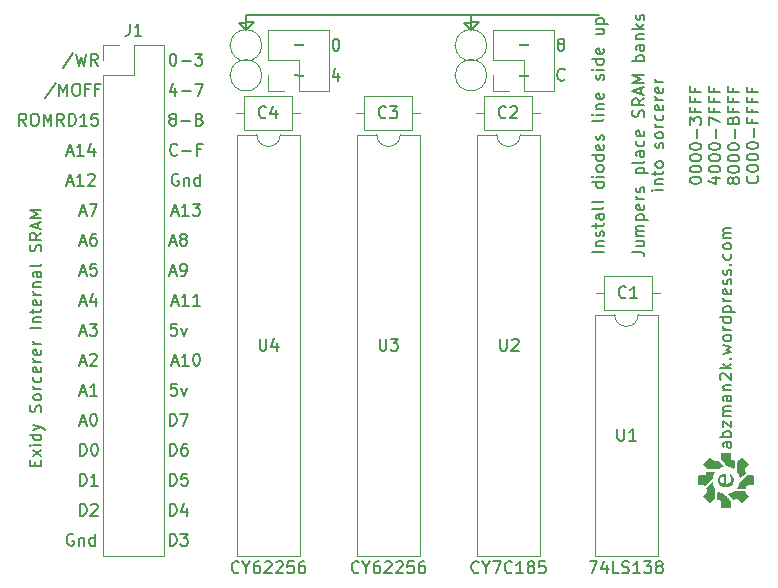
<source format=gto>
G04 #@! TF.GenerationSoftware,KiCad,Pcbnew,(6.0.0)*
G04 #@! TF.CreationDate,2022-11-09T00:35:18-05:00*
G04 #@! TF.ProjectId,Sorcerer Internal SRAM,536f7263-6572-4657-9220-496e7465726e,rev?*
G04 #@! TF.SameCoordinates,Original*
G04 #@! TF.FileFunction,Legend,Top*
G04 #@! TF.FilePolarity,Positive*
%FSLAX46Y46*%
G04 Gerber Fmt 4.6, Leading zero omitted, Abs format (unit mm)*
G04 Created by KiCad (PCBNEW (6.0.0)) date 2022-11-09 00:35:18*
%MOMM*%
%LPD*%
G01*
G04 APERTURE LIST*
%ADD10C,0.150000*%
%ADD11C,0.120000*%
%ADD12R,1.600000X1.600000*%
%ADD13O,1.600000X1.600000*%
%ADD14C,3.200000*%
%ADD15R,1.700000X1.700000*%
%ADD16O,1.700000X1.700000*%
%ADD17C,1.600000*%
G04 APERTURE END LIST*
D10*
X146050000Y-57093629D02*
X146685000Y-56486814D01*
X146050000Y-55880000D02*
X146050000Y-57093629D01*
X130810000Y-58420000D02*
X132080000Y-58420000D01*
X146050000Y-57093629D02*
X145415000Y-56515000D01*
X127000000Y-55880000D02*
X127000000Y-57098629D01*
X146050000Y-55880000D02*
X127000000Y-55880000D01*
X149860000Y-60990000D02*
X151130000Y-60990000D01*
X127000000Y-57098629D02*
X126365000Y-56515000D01*
X126365000Y-56515000D02*
X127635000Y-56489314D01*
X130810000Y-60960000D02*
X132080000Y-60990000D01*
X145415000Y-56515000D02*
X146685000Y-56486814D01*
X149860000Y-58420000D02*
X151130000Y-58420000D01*
X127000000Y-57098629D02*
X127635000Y-56489314D01*
X156845000Y-55880000D02*
X146050000Y-55880000D01*
X112950714Y-87796666D02*
X113426904Y-87796666D01*
X112855476Y-88082380D02*
X113188809Y-87082380D01*
X113522142Y-88082380D01*
X114379285Y-88082380D02*
X113807857Y-88082380D01*
X114093571Y-88082380D02*
X114093571Y-87082380D01*
X113998333Y-87225238D01*
X113903095Y-87320476D01*
X113807857Y-87368095D01*
X120546904Y-98242380D02*
X120546904Y-97242380D01*
X120785000Y-97242380D01*
X120927857Y-97290000D01*
X121023095Y-97385238D01*
X121070714Y-97480476D01*
X121118333Y-97670952D01*
X121118333Y-97813809D01*
X121070714Y-98004285D01*
X121023095Y-98099523D01*
X120927857Y-98194761D01*
X120785000Y-98242380D01*
X120546904Y-98242380D01*
X121975476Y-97575714D02*
X121975476Y-98242380D01*
X121737380Y-97194761D02*
X121499285Y-97909047D01*
X122118333Y-97909047D01*
X109148571Y-94018333D02*
X109148571Y-93685000D01*
X109672380Y-93542142D02*
X109672380Y-94018333D01*
X108672380Y-94018333D01*
X108672380Y-93542142D01*
X109672380Y-93208809D02*
X109005714Y-92685000D01*
X109005714Y-93208809D02*
X109672380Y-92685000D01*
X109672380Y-92304047D02*
X109005714Y-92304047D01*
X108672380Y-92304047D02*
X108720000Y-92351666D01*
X108767619Y-92304047D01*
X108720000Y-92256428D01*
X108672380Y-92304047D01*
X108767619Y-92304047D01*
X109672380Y-91399285D02*
X108672380Y-91399285D01*
X109624761Y-91399285D02*
X109672380Y-91494523D01*
X109672380Y-91685000D01*
X109624761Y-91780238D01*
X109577142Y-91827857D01*
X109481904Y-91875476D01*
X109196190Y-91875476D01*
X109100952Y-91827857D01*
X109053333Y-91780238D01*
X109005714Y-91685000D01*
X109005714Y-91494523D01*
X109053333Y-91399285D01*
X109005714Y-91018333D02*
X109672380Y-90780238D01*
X109005714Y-90542142D02*
X109672380Y-90780238D01*
X109910476Y-90875476D01*
X109958095Y-90923095D01*
X110005714Y-91018333D01*
X109624761Y-89446904D02*
X109672380Y-89304047D01*
X109672380Y-89065952D01*
X109624761Y-88970714D01*
X109577142Y-88923095D01*
X109481904Y-88875476D01*
X109386666Y-88875476D01*
X109291428Y-88923095D01*
X109243809Y-88970714D01*
X109196190Y-89065952D01*
X109148571Y-89256428D01*
X109100952Y-89351666D01*
X109053333Y-89399285D01*
X108958095Y-89446904D01*
X108862857Y-89446904D01*
X108767619Y-89399285D01*
X108720000Y-89351666D01*
X108672380Y-89256428D01*
X108672380Y-89018333D01*
X108720000Y-88875476D01*
X109672380Y-88304047D02*
X109624761Y-88399285D01*
X109577142Y-88446904D01*
X109481904Y-88494523D01*
X109196190Y-88494523D01*
X109100952Y-88446904D01*
X109053333Y-88399285D01*
X109005714Y-88304047D01*
X109005714Y-88161190D01*
X109053333Y-88065952D01*
X109100952Y-88018333D01*
X109196190Y-87970714D01*
X109481904Y-87970714D01*
X109577142Y-88018333D01*
X109624761Y-88065952D01*
X109672380Y-88161190D01*
X109672380Y-88304047D01*
X109672380Y-87542142D02*
X109005714Y-87542142D01*
X109196190Y-87542142D02*
X109100952Y-87494523D01*
X109053333Y-87446904D01*
X109005714Y-87351666D01*
X109005714Y-87256428D01*
X109624761Y-86494523D02*
X109672380Y-86589761D01*
X109672380Y-86780238D01*
X109624761Y-86875476D01*
X109577142Y-86923095D01*
X109481904Y-86970714D01*
X109196190Y-86970714D01*
X109100952Y-86923095D01*
X109053333Y-86875476D01*
X109005714Y-86780238D01*
X109005714Y-86589761D01*
X109053333Y-86494523D01*
X109624761Y-85685000D02*
X109672380Y-85780238D01*
X109672380Y-85970714D01*
X109624761Y-86065952D01*
X109529523Y-86113571D01*
X109148571Y-86113571D01*
X109053333Y-86065952D01*
X109005714Y-85970714D01*
X109005714Y-85780238D01*
X109053333Y-85685000D01*
X109148571Y-85637380D01*
X109243809Y-85637380D01*
X109339047Y-86113571D01*
X109672380Y-85208809D02*
X109005714Y-85208809D01*
X109196190Y-85208809D02*
X109100952Y-85161190D01*
X109053333Y-85113571D01*
X109005714Y-85018333D01*
X109005714Y-84923095D01*
X109624761Y-84208809D02*
X109672380Y-84304047D01*
X109672380Y-84494523D01*
X109624761Y-84589761D01*
X109529523Y-84637380D01*
X109148571Y-84637380D01*
X109053333Y-84589761D01*
X109005714Y-84494523D01*
X109005714Y-84304047D01*
X109053333Y-84208809D01*
X109148571Y-84161190D01*
X109243809Y-84161190D01*
X109339047Y-84637380D01*
X109672380Y-83732619D02*
X109005714Y-83732619D01*
X109196190Y-83732619D02*
X109100952Y-83685000D01*
X109053333Y-83637380D01*
X109005714Y-83542142D01*
X109005714Y-83446904D01*
X109672380Y-82351666D02*
X108672380Y-82351666D01*
X109005714Y-81875476D02*
X109672380Y-81875476D01*
X109100952Y-81875476D02*
X109053333Y-81827857D01*
X109005714Y-81732619D01*
X109005714Y-81589761D01*
X109053333Y-81494523D01*
X109148571Y-81446904D01*
X109672380Y-81446904D01*
X109005714Y-81113571D02*
X109005714Y-80732619D01*
X108672380Y-80970714D02*
X109529523Y-80970714D01*
X109624761Y-80923095D01*
X109672380Y-80827857D01*
X109672380Y-80732619D01*
X109624761Y-80018333D02*
X109672380Y-80113571D01*
X109672380Y-80304047D01*
X109624761Y-80399285D01*
X109529523Y-80446904D01*
X109148571Y-80446904D01*
X109053333Y-80399285D01*
X109005714Y-80304047D01*
X109005714Y-80113571D01*
X109053333Y-80018333D01*
X109148571Y-79970714D01*
X109243809Y-79970714D01*
X109339047Y-80446904D01*
X109672380Y-79542142D02*
X109005714Y-79542142D01*
X109196190Y-79542142D02*
X109100952Y-79494523D01*
X109053333Y-79446904D01*
X109005714Y-79351666D01*
X109005714Y-79256428D01*
X109005714Y-78923095D02*
X109672380Y-78923095D01*
X109100952Y-78923095D02*
X109053333Y-78875476D01*
X109005714Y-78780238D01*
X109005714Y-78637380D01*
X109053333Y-78542142D01*
X109148571Y-78494523D01*
X109672380Y-78494523D01*
X109672380Y-77589761D02*
X109148571Y-77589761D01*
X109053333Y-77637380D01*
X109005714Y-77732619D01*
X109005714Y-77923095D01*
X109053333Y-78018333D01*
X109624761Y-77589761D02*
X109672380Y-77685000D01*
X109672380Y-77923095D01*
X109624761Y-78018333D01*
X109529523Y-78065952D01*
X109434285Y-78065952D01*
X109339047Y-78018333D01*
X109291428Y-77923095D01*
X109291428Y-77685000D01*
X109243809Y-77589761D01*
X109672380Y-76970714D02*
X109624761Y-77065952D01*
X109529523Y-77113571D01*
X108672380Y-77113571D01*
X109624761Y-75875476D02*
X109672380Y-75732619D01*
X109672380Y-75494523D01*
X109624761Y-75399285D01*
X109577142Y-75351666D01*
X109481904Y-75304047D01*
X109386666Y-75304047D01*
X109291428Y-75351666D01*
X109243809Y-75399285D01*
X109196190Y-75494523D01*
X109148571Y-75685000D01*
X109100952Y-75780238D01*
X109053333Y-75827857D01*
X108958095Y-75875476D01*
X108862857Y-75875476D01*
X108767619Y-75827857D01*
X108720000Y-75780238D01*
X108672380Y-75685000D01*
X108672380Y-75446904D01*
X108720000Y-75304047D01*
X109672380Y-74304047D02*
X109196190Y-74637380D01*
X109672380Y-74875476D02*
X108672380Y-74875476D01*
X108672380Y-74494523D01*
X108720000Y-74399285D01*
X108767619Y-74351666D01*
X108862857Y-74304047D01*
X109005714Y-74304047D01*
X109100952Y-74351666D01*
X109148571Y-74399285D01*
X109196190Y-74494523D01*
X109196190Y-74875476D01*
X109386666Y-73923095D02*
X109386666Y-73446904D01*
X109672380Y-74018333D02*
X108672380Y-73685000D01*
X109672380Y-73351666D01*
X109672380Y-73018333D02*
X108672380Y-73018333D01*
X109386666Y-72685000D01*
X108672380Y-72351666D01*
X109672380Y-72351666D01*
X120546904Y-100782380D02*
X120546904Y-99782380D01*
X120785000Y-99782380D01*
X120927857Y-99830000D01*
X121023095Y-99925238D01*
X121070714Y-100020476D01*
X121118333Y-100210952D01*
X121118333Y-100353809D01*
X121070714Y-100544285D01*
X121023095Y-100639523D01*
X120927857Y-100734761D01*
X120785000Y-100782380D01*
X120546904Y-100782380D01*
X121451666Y-99782380D02*
X122070714Y-99782380D01*
X121737380Y-100163333D01*
X121880238Y-100163333D01*
X121975476Y-100210952D01*
X122023095Y-100258571D01*
X122070714Y-100353809D01*
X122070714Y-100591904D01*
X122023095Y-100687142D01*
X121975476Y-100734761D01*
X121880238Y-100782380D01*
X121594523Y-100782380D01*
X121499285Y-100734761D01*
X121451666Y-100687142D01*
X157297380Y-75920952D02*
X156297380Y-75920952D01*
X156630714Y-75444761D02*
X157297380Y-75444761D01*
X156725952Y-75444761D02*
X156678333Y-75397142D01*
X156630714Y-75301904D01*
X156630714Y-75159047D01*
X156678333Y-75063809D01*
X156773571Y-75016190D01*
X157297380Y-75016190D01*
X157249761Y-74587619D02*
X157297380Y-74492380D01*
X157297380Y-74301904D01*
X157249761Y-74206666D01*
X157154523Y-74159047D01*
X157106904Y-74159047D01*
X157011666Y-74206666D01*
X156964047Y-74301904D01*
X156964047Y-74444761D01*
X156916428Y-74540000D01*
X156821190Y-74587619D01*
X156773571Y-74587619D01*
X156678333Y-74540000D01*
X156630714Y-74444761D01*
X156630714Y-74301904D01*
X156678333Y-74206666D01*
X156630714Y-73873333D02*
X156630714Y-73492380D01*
X156297380Y-73730476D02*
X157154523Y-73730476D01*
X157249761Y-73682857D01*
X157297380Y-73587619D01*
X157297380Y-73492380D01*
X157297380Y-72730476D02*
X156773571Y-72730476D01*
X156678333Y-72778095D01*
X156630714Y-72873333D01*
X156630714Y-73063809D01*
X156678333Y-73159047D01*
X157249761Y-72730476D02*
X157297380Y-72825714D01*
X157297380Y-73063809D01*
X157249761Y-73159047D01*
X157154523Y-73206666D01*
X157059285Y-73206666D01*
X156964047Y-73159047D01*
X156916428Y-73063809D01*
X156916428Y-72825714D01*
X156868809Y-72730476D01*
X157297380Y-72111428D02*
X157249761Y-72206666D01*
X157154523Y-72254285D01*
X156297380Y-72254285D01*
X157297380Y-71587619D02*
X157249761Y-71682857D01*
X157154523Y-71730476D01*
X156297380Y-71730476D01*
X157297380Y-70016190D02*
X156297380Y-70016190D01*
X157249761Y-70016190D02*
X157297380Y-70111428D01*
X157297380Y-70301904D01*
X157249761Y-70397142D01*
X157202142Y-70444761D01*
X157106904Y-70492380D01*
X156821190Y-70492380D01*
X156725952Y-70444761D01*
X156678333Y-70397142D01*
X156630714Y-70301904D01*
X156630714Y-70111428D01*
X156678333Y-70016190D01*
X157297380Y-69540000D02*
X156630714Y-69540000D01*
X156297380Y-69540000D02*
X156345000Y-69587619D01*
X156392619Y-69540000D01*
X156345000Y-69492380D01*
X156297380Y-69540000D01*
X156392619Y-69540000D01*
X157297380Y-68920952D02*
X157249761Y-69016190D01*
X157202142Y-69063809D01*
X157106904Y-69111428D01*
X156821190Y-69111428D01*
X156725952Y-69063809D01*
X156678333Y-69016190D01*
X156630714Y-68920952D01*
X156630714Y-68778095D01*
X156678333Y-68682857D01*
X156725952Y-68635238D01*
X156821190Y-68587619D01*
X157106904Y-68587619D01*
X157202142Y-68635238D01*
X157249761Y-68682857D01*
X157297380Y-68778095D01*
X157297380Y-68920952D01*
X157297380Y-67730476D02*
X156297380Y-67730476D01*
X157249761Y-67730476D02*
X157297380Y-67825714D01*
X157297380Y-68016190D01*
X157249761Y-68111428D01*
X157202142Y-68159047D01*
X157106904Y-68206666D01*
X156821190Y-68206666D01*
X156725952Y-68159047D01*
X156678333Y-68111428D01*
X156630714Y-68016190D01*
X156630714Y-67825714D01*
X156678333Y-67730476D01*
X157249761Y-66873333D02*
X157297380Y-66968571D01*
X157297380Y-67159047D01*
X157249761Y-67254285D01*
X157154523Y-67301904D01*
X156773571Y-67301904D01*
X156678333Y-67254285D01*
X156630714Y-67159047D01*
X156630714Y-66968571D01*
X156678333Y-66873333D01*
X156773571Y-66825714D01*
X156868809Y-66825714D01*
X156964047Y-67301904D01*
X157249761Y-66444761D02*
X157297380Y-66349523D01*
X157297380Y-66159047D01*
X157249761Y-66063809D01*
X157154523Y-66016190D01*
X157106904Y-66016190D01*
X157011666Y-66063809D01*
X156964047Y-66159047D01*
X156964047Y-66301904D01*
X156916428Y-66397142D01*
X156821190Y-66444761D01*
X156773571Y-66444761D01*
X156678333Y-66397142D01*
X156630714Y-66301904D01*
X156630714Y-66159047D01*
X156678333Y-66063809D01*
X157297380Y-64682857D02*
X157249761Y-64778095D01*
X157154523Y-64825714D01*
X156297380Y-64825714D01*
X157297380Y-64301904D02*
X156630714Y-64301904D01*
X156297380Y-64301904D02*
X156345000Y-64349523D01*
X156392619Y-64301904D01*
X156345000Y-64254285D01*
X156297380Y-64301904D01*
X156392619Y-64301904D01*
X156630714Y-63825714D02*
X157297380Y-63825714D01*
X156725952Y-63825714D02*
X156678333Y-63778095D01*
X156630714Y-63682857D01*
X156630714Y-63540000D01*
X156678333Y-63444761D01*
X156773571Y-63397142D01*
X157297380Y-63397142D01*
X157249761Y-62540000D02*
X157297380Y-62635238D01*
X157297380Y-62825714D01*
X157249761Y-62920952D01*
X157154523Y-62968571D01*
X156773571Y-62968571D01*
X156678333Y-62920952D01*
X156630714Y-62825714D01*
X156630714Y-62635238D01*
X156678333Y-62540000D01*
X156773571Y-62492380D01*
X156868809Y-62492380D01*
X156964047Y-62968571D01*
X157249761Y-61349523D02*
X157297380Y-61254285D01*
X157297380Y-61063809D01*
X157249761Y-60968571D01*
X157154523Y-60920952D01*
X157106904Y-60920952D01*
X157011666Y-60968571D01*
X156964047Y-61063809D01*
X156964047Y-61206666D01*
X156916428Y-61301904D01*
X156821190Y-61349523D01*
X156773571Y-61349523D01*
X156678333Y-61301904D01*
X156630714Y-61206666D01*
X156630714Y-61063809D01*
X156678333Y-60968571D01*
X157297380Y-60492380D02*
X156630714Y-60492380D01*
X156297380Y-60492380D02*
X156345000Y-60540000D01*
X156392619Y-60492380D01*
X156345000Y-60444761D01*
X156297380Y-60492380D01*
X156392619Y-60492380D01*
X157297380Y-59587619D02*
X156297380Y-59587619D01*
X157249761Y-59587619D02*
X157297380Y-59682857D01*
X157297380Y-59873333D01*
X157249761Y-59968571D01*
X157202142Y-60016190D01*
X157106904Y-60063809D01*
X156821190Y-60063809D01*
X156725952Y-60016190D01*
X156678333Y-59968571D01*
X156630714Y-59873333D01*
X156630714Y-59682857D01*
X156678333Y-59587619D01*
X157249761Y-58730476D02*
X157297380Y-58825714D01*
X157297380Y-59016190D01*
X157249761Y-59111428D01*
X157154523Y-59159047D01*
X156773571Y-59159047D01*
X156678333Y-59111428D01*
X156630714Y-59016190D01*
X156630714Y-58825714D01*
X156678333Y-58730476D01*
X156773571Y-58682857D01*
X156868809Y-58682857D01*
X156964047Y-59159047D01*
X156630714Y-57063809D02*
X157297380Y-57063809D01*
X156630714Y-57492380D02*
X157154523Y-57492380D01*
X157249761Y-57444761D01*
X157297380Y-57349523D01*
X157297380Y-57206666D01*
X157249761Y-57111428D01*
X157202142Y-57063809D01*
X156630714Y-56587619D02*
X157630714Y-56587619D01*
X156678333Y-56587619D02*
X156630714Y-56492380D01*
X156630714Y-56301904D01*
X156678333Y-56206666D01*
X156725952Y-56159047D01*
X156821190Y-56111428D01*
X157106904Y-56111428D01*
X157202142Y-56159047D01*
X157249761Y-56206666D01*
X157297380Y-56301904D01*
X157297380Y-56492380D01*
X157249761Y-56587619D01*
X121181904Y-67667142D02*
X121134285Y-67714761D01*
X120991428Y-67762380D01*
X120896190Y-67762380D01*
X120753333Y-67714761D01*
X120658095Y-67619523D01*
X120610476Y-67524285D01*
X120562857Y-67333809D01*
X120562857Y-67190952D01*
X120610476Y-67000476D01*
X120658095Y-66905238D01*
X120753333Y-66810000D01*
X120896190Y-66762380D01*
X120991428Y-66762380D01*
X121134285Y-66810000D01*
X121181904Y-66857619D01*
X121610476Y-67381428D02*
X122372380Y-67381428D01*
X123181904Y-67238571D02*
X122848571Y-67238571D01*
X122848571Y-67762380D02*
X122848571Y-66762380D01*
X123324761Y-66762380D01*
X112950714Y-90336666D02*
X113426904Y-90336666D01*
X112855476Y-90622380D02*
X113188809Y-89622380D01*
X113522142Y-90622380D01*
X114045952Y-89622380D02*
X114141190Y-89622380D01*
X114236428Y-89670000D01*
X114284047Y-89717619D01*
X114331666Y-89812857D01*
X114379285Y-90003333D01*
X114379285Y-90241428D01*
X114331666Y-90431904D01*
X114284047Y-90527142D01*
X114236428Y-90574761D01*
X114141190Y-90622380D01*
X114045952Y-90622380D01*
X113950714Y-90574761D01*
X113903095Y-90527142D01*
X113855476Y-90431904D01*
X113807857Y-90241428D01*
X113807857Y-90003333D01*
X113855476Y-89812857D01*
X113903095Y-89717619D01*
X113950714Y-89670000D01*
X114045952Y-89622380D01*
X112950714Y-82716666D02*
X113426904Y-82716666D01*
X112855476Y-83002380D02*
X113188809Y-82002380D01*
X113522142Y-83002380D01*
X113760238Y-82002380D02*
X114379285Y-82002380D01*
X114045952Y-82383333D01*
X114188809Y-82383333D01*
X114284047Y-82430952D01*
X114331666Y-82478571D01*
X114379285Y-82573809D01*
X114379285Y-82811904D01*
X114331666Y-82907142D01*
X114284047Y-82954761D01*
X114188809Y-83002380D01*
X113903095Y-83002380D01*
X113807857Y-82954761D01*
X113760238Y-82907142D01*
X120705714Y-64650952D02*
X120610476Y-64603333D01*
X120562857Y-64555714D01*
X120515238Y-64460476D01*
X120515238Y-64412857D01*
X120562857Y-64317619D01*
X120610476Y-64270000D01*
X120705714Y-64222380D01*
X120896190Y-64222380D01*
X120991428Y-64270000D01*
X121039047Y-64317619D01*
X121086666Y-64412857D01*
X121086666Y-64460476D01*
X121039047Y-64555714D01*
X120991428Y-64603333D01*
X120896190Y-64650952D01*
X120705714Y-64650952D01*
X120610476Y-64698571D01*
X120562857Y-64746190D01*
X120515238Y-64841428D01*
X120515238Y-65031904D01*
X120562857Y-65127142D01*
X120610476Y-65174761D01*
X120705714Y-65222380D01*
X120896190Y-65222380D01*
X120991428Y-65174761D01*
X121039047Y-65127142D01*
X121086666Y-65031904D01*
X121086666Y-64841428D01*
X121039047Y-64746190D01*
X120991428Y-64698571D01*
X120896190Y-64650952D01*
X121515238Y-64841428D02*
X122277142Y-64841428D01*
X123086666Y-64698571D02*
X123229523Y-64746190D01*
X123277142Y-64793809D01*
X123324761Y-64889047D01*
X123324761Y-65031904D01*
X123277142Y-65127142D01*
X123229523Y-65174761D01*
X123134285Y-65222380D01*
X122753333Y-65222380D01*
X122753333Y-64222380D01*
X123086666Y-64222380D01*
X123181904Y-64270000D01*
X123229523Y-64317619D01*
X123277142Y-64412857D01*
X123277142Y-64508095D01*
X123229523Y-64603333D01*
X123181904Y-64650952D01*
X123086666Y-64698571D01*
X122753333Y-64698571D01*
X134810476Y-60745714D02*
X134810476Y-61412380D01*
X134572380Y-60364761D02*
X134334285Y-61079047D01*
X134953333Y-61079047D01*
X112926904Y-95702380D02*
X112926904Y-94702380D01*
X113165000Y-94702380D01*
X113307857Y-94750000D01*
X113403095Y-94845238D01*
X113450714Y-94940476D01*
X113498333Y-95130952D01*
X113498333Y-95273809D01*
X113450714Y-95464285D01*
X113403095Y-95559523D01*
X113307857Y-95654761D01*
X113165000Y-95702380D01*
X112926904Y-95702380D01*
X114450714Y-95702380D02*
X113879285Y-95702380D01*
X114165000Y-95702380D02*
X114165000Y-94702380D01*
X114069761Y-94845238D01*
X113974523Y-94940476D01*
X113879285Y-94988095D01*
X120729523Y-72556666D02*
X121205714Y-72556666D01*
X120634285Y-72842380D02*
X120967619Y-71842380D01*
X121300952Y-72842380D01*
X122158095Y-72842380D02*
X121586666Y-72842380D01*
X121872380Y-72842380D02*
X121872380Y-71842380D01*
X121777142Y-71985238D01*
X121681904Y-72080476D01*
X121586666Y-72128095D01*
X122491428Y-71842380D02*
X123110476Y-71842380D01*
X122777142Y-72223333D01*
X122920000Y-72223333D01*
X123015238Y-72270952D01*
X123062857Y-72318571D01*
X123110476Y-72413809D01*
X123110476Y-72651904D01*
X123062857Y-72747142D01*
X123015238Y-72794761D01*
X122920000Y-72842380D01*
X122634285Y-72842380D01*
X122539047Y-72794761D01*
X122491428Y-72747142D01*
X112387142Y-99830000D02*
X112291904Y-99782380D01*
X112149047Y-99782380D01*
X112006190Y-99830000D01*
X111910952Y-99925238D01*
X111863333Y-100020476D01*
X111815714Y-100210952D01*
X111815714Y-100353809D01*
X111863333Y-100544285D01*
X111910952Y-100639523D01*
X112006190Y-100734761D01*
X112149047Y-100782380D01*
X112244285Y-100782380D01*
X112387142Y-100734761D01*
X112434761Y-100687142D01*
X112434761Y-100353809D01*
X112244285Y-100353809D01*
X112863333Y-100115714D02*
X112863333Y-100782380D01*
X112863333Y-100210952D02*
X112910952Y-100163333D01*
X113006190Y-100115714D01*
X113149047Y-100115714D01*
X113244285Y-100163333D01*
X113291904Y-100258571D01*
X113291904Y-100782380D01*
X114196666Y-100782380D02*
X114196666Y-99782380D01*
X114196666Y-100734761D02*
X114101428Y-100782380D01*
X113910952Y-100782380D01*
X113815714Y-100734761D01*
X113768095Y-100687142D01*
X113720476Y-100591904D01*
X113720476Y-100306190D01*
X113768095Y-100210952D01*
X113815714Y-100163333D01*
X113910952Y-100115714D01*
X114101428Y-100115714D01*
X114196666Y-100163333D01*
X112926904Y-98242380D02*
X112926904Y-97242380D01*
X113165000Y-97242380D01*
X113307857Y-97290000D01*
X113403095Y-97385238D01*
X113450714Y-97480476D01*
X113498333Y-97670952D01*
X113498333Y-97813809D01*
X113450714Y-98004285D01*
X113403095Y-98099523D01*
X113307857Y-98194761D01*
X113165000Y-98242380D01*
X112926904Y-98242380D01*
X113879285Y-97337619D02*
X113926904Y-97290000D01*
X114022142Y-97242380D01*
X114260238Y-97242380D01*
X114355476Y-97290000D01*
X114403095Y-97337619D01*
X114450714Y-97432857D01*
X114450714Y-97528095D01*
X114403095Y-97670952D01*
X113831666Y-98242380D01*
X114450714Y-98242380D01*
X120570714Y-75096666D02*
X121046904Y-75096666D01*
X120475476Y-75382380D02*
X120808809Y-74382380D01*
X121142142Y-75382380D01*
X121618333Y-74810952D02*
X121523095Y-74763333D01*
X121475476Y-74715714D01*
X121427857Y-74620476D01*
X121427857Y-74572857D01*
X121475476Y-74477619D01*
X121523095Y-74430000D01*
X121618333Y-74382380D01*
X121808809Y-74382380D01*
X121904047Y-74430000D01*
X121951666Y-74477619D01*
X121999285Y-74572857D01*
X121999285Y-74620476D01*
X121951666Y-74715714D01*
X121904047Y-74763333D01*
X121808809Y-74810952D01*
X121618333Y-74810952D01*
X121523095Y-74858571D01*
X121475476Y-74906190D01*
X121427857Y-75001428D01*
X121427857Y-75191904D01*
X121475476Y-75287142D01*
X121523095Y-75334761D01*
X121618333Y-75382380D01*
X121808809Y-75382380D01*
X121904047Y-75334761D01*
X121951666Y-75287142D01*
X121999285Y-75191904D01*
X121999285Y-75001428D01*
X121951666Y-74906190D01*
X121904047Y-74858571D01*
X121808809Y-74810952D01*
X112387142Y-59094761D02*
X111530000Y-60380476D01*
X112625238Y-59142380D02*
X112863333Y-60142380D01*
X113053809Y-59428095D01*
X113244285Y-60142380D01*
X113482380Y-59142380D01*
X114434761Y-60142380D02*
X114101428Y-59666190D01*
X113863333Y-60142380D02*
X113863333Y-59142380D01*
X114244285Y-59142380D01*
X114339523Y-59190000D01*
X114387142Y-59237619D01*
X114434761Y-59332857D01*
X114434761Y-59475714D01*
X114387142Y-59570952D01*
X114339523Y-59618571D01*
X114244285Y-59666190D01*
X113863333Y-59666190D01*
X111839523Y-67476666D02*
X112315714Y-67476666D01*
X111744285Y-67762380D02*
X112077619Y-66762380D01*
X112410952Y-67762380D01*
X113268095Y-67762380D02*
X112696666Y-67762380D01*
X112982380Y-67762380D02*
X112982380Y-66762380D01*
X112887142Y-66905238D01*
X112791904Y-67000476D01*
X112696666Y-67048095D01*
X114125238Y-67095714D02*
X114125238Y-67762380D01*
X113887142Y-66714761D02*
X113649047Y-67429047D01*
X114268095Y-67429047D01*
X168092380Y-92042142D02*
X167568571Y-92042142D01*
X167473333Y-92089761D01*
X167425714Y-92185000D01*
X167425714Y-92375476D01*
X167473333Y-92470714D01*
X168044761Y-92042142D02*
X168092380Y-92137380D01*
X168092380Y-92375476D01*
X168044761Y-92470714D01*
X167949523Y-92518333D01*
X167854285Y-92518333D01*
X167759047Y-92470714D01*
X167711428Y-92375476D01*
X167711428Y-92137380D01*
X167663809Y-92042142D01*
X168092380Y-91565952D02*
X167092380Y-91565952D01*
X167473333Y-91565952D02*
X167425714Y-91470714D01*
X167425714Y-91280238D01*
X167473333Y-91185000D01*
X167520952Y-91137380D01*
X167616190Y-91089761D01*
X167901904Y-91089761D01*
X167997142Y-91137380D01*
X168044761Y-91185000D01*
X168092380Y-91280238D01*
X168092380Y-91470714D01*
X168044761Y-91565952D01*
X167425714Y-90756428D02*
X167425714Y-90232619D01*
X168092380Y-90756428D01*
X168092380Y-90232619D01*
X168092380Y-89851666D02*
X167425714Y-89851666D01*
X167520952Y-89851666D02*
X167473333Y-89804047D01*
X167425714Y-89708809D01*
X167425714Y-89565952D01*
X167473333Y-89470714D01*
X167568571Y-89423095D01*
X168092380Y-89423095D01*
X167568571Y-89423095D02*
X167473333Y-89375476D01*
X167425714Y-89280238D01*
X167425714Y-89137380D01*
X167473333Y-89042142D01*
X167568571Y-88994523D01*
X168092380Y-88994523D01*
X168092380Y-88089761D02*
X167568571Y-88089761D01*
X167473333Y-88137380D01*
X167425714Y-88232619D01*
X167425714Y-88423095D01*
X167473333Y-88518333D01*
X168044761Y-88089761D02*
X168092380Y-88185000D01*
X168092380Y-88423095D01*
X168044761Y-88518333D01*
X167949523Y-88565952D01*
X167854285Y-88565952D01*
X167759047Y-88518333D01*
X167711428Y-88423095D01*
X167711428Y-88185000D01*
X167663809Y-88089761D01*
X167425714Y-87613571D02*
X168092380Y-87613571D01*
X167520952Y-87613571D02*
X167473333Y-87565952D01*
X167425714Y-87470714D01*
X167425714Y-87327857D01*
X167473333Y-87232619D01*
X167568571Y-87185000D01*
X168092380Y-87185000D01*
X167187619Y-86756428D02*
X167140000Y-86708809D01*
X167092380Y-86613571D01*
X167092380Y-86375476D01*
X167140000Y-86280238D01*
X167187619Y-86232619D01*
X167282857Y-86185000D01*
X167378095Y-86185000D01*
X167520952Y-86232619D01*
X168092380Y-86804047D01*
X168092380Y-86185000D01*
X168092380Y-85756428D02*
X167092380Y-85756428D01*
X167711428Y-85661190D02*
X168092380Y-85375476D01*
X167425714Y-85375476D02*
X167806666Y-85756428D01*
X167997142Y-84946904D02*
X168044761Y-84899285D01*
X168092380Y-84946904D01*
X168044761Y-84994523D01*
X167997142Y-84946904D01*
X168092380Y-84946904D01*
X167425714Y-84565952D02*
X168092380Y-84375476D01*
X167616190Y-84185000D01*
X168092380Y-83994523D01*
X167425714Y-83804047D01*
X168092380Y-83280238D02*
X168044761Y-83375476D01*
X167997142Y-83423095D01*
X167901904Y-83470714D01*
X167616190Y-83470714D01*
X167520952Y-83423095D01*
X167473333Y-83375476D01*
X167425714Y-83280238D01*
X167425714Y-83137380D01*
X167473333Y-83042142D01*
X167520952Y-82994523D01*
X167616190Y-82946904D01*
X167901904Y-82946904D01*
X167997142Y-82994523D01*
X168044761Y-83042142D01*
X168092380Y-83137380D01*
X168092380Y-83280238D01*
X168092380Y-82518333D02*
X167425714Y-82518333D01*
X167616190Y-82518333D02*
X167520952Y-82470714D01*
X167473333Y-82423095D01*
X167425714Y-82327857D01*
X167425714Y-82232619D01*
X168092380Y-81470714D02*
X167092380Y-81470714D01*
X168044761Y-81470714D02*
X168092380Y-81565952D01*
X168092380Y-81756428D01*
X168044761Y-81851666D01*
X167997142Y-81899285D01*
X167901904Y-81946904D01*
X167616190Y-81946904D01*
X167520952Y-81899285D01*
X167473333Y-81851666D01*
X167425714Y-81756428D01*
X167425714Y-81565952D01*
X167473333Y-81470714D01*
X167425714Y-80994523D02*
X168425714Y-80994523D01*
X167473333Y-80994523D02*
X167425714Y-80899285D01*
X167425714Y-80708809D01*
X167473333Y-80613571D01*
X167520952Y-80565952D01*
X167616190Y-80518333D01*
X167901904Y-80518333D01*
X167997142Y-80565952D01*
X168044761Y-80613571D01*
X168092380Y-80708809D01*
X168092380Y-80899285D01*
X168044761Y-80994523D01*
X168092380Y-80089761D02*
X167425714Y-80089761D01*
X167616190Y-80089761D02*
X167520952Y-80042142D01*
X167473333Y-79994523D01*
X167425714Y-79899285D01*
X167425714Y-79804047D01*
X168044761Y-79089761D02*
X168092380Y-79185000D01*
X168092380Y-79375476D01*
X168044761Y-79470714D01*
X167949523Y-79518333D01*
X167568571Y-79518333D01*
X167473333Y-79470714D01*
X167425714Y-79375476D01*
X167425714Y-79185000D01*
X167473333Y-79089761D01*
X167568571Y-79042142D01*
X167663809Y-79042142D01*
X167759047Y-79518333D01*
X168044761Y-78661190D02*
X168092380Y-78565952D01*
X168092380Y-78375476D01*
X168044761Y-78280238D01*
X167949523Y-78232619D01*
X167901904Y-78232619D01*
X167806666Y-78280238D01*
X167759047Y-78375476D01*
X167759047Y-78518333D01*
X167711428Y-78613571D01*
X167616190Y-78661190D01*
X167568571Y-78661190D01*
X167473333Y-78613571D01*
X167425714Y-78518333D01*
X167425714Y-78375476D01*
X167473333Y-78280238D01*
X168044761Y-77851666D02*
X168092380Y-77756428D01*
X168092380Y-77565952D01*
X168044761Y-77470714D01*
X167949523Y-77423095D01*
X167901904Y-77423095D01*
X167806666Y-77470714D01*
X167759047Y-77565952D01*
X167759047Y-77708809D01*
X167711428Y-77804047D01*
X167616190Y-77851666D01*
X167568571Y-77851666D01*
X167473333Y-77804047D01*
X167425714Y-77708809D01*
X167425714Y-77565952D01*
X167473333Y-77470714D01*
X167997142Y-76994523D02*
X168044761Y-76946904D01*
X168092380Y-76994523D01*
X168044761Y-77042142D01*
X167997142Y-76994523D01*
X168092380Y-76994523D01*
X168044761Y-76089761D02*
X168092380Y-76185000D01*
X168092380Y-76375476D01*
X168044761Y-76470714D01*
X167997142Y-76518333D01*
X167901904Y-76565952D01*
X167616190Y-76565952D01*
X167520952Y-76518333D01*
X167473333Y-76470714D01*
X167425714Y-76375476D01*
X167425714Y-76185000D01*
X167473333Y-76089761D01*
X168092380Y-75518333D02*
X168044761Y-75613571D01*
X167997142Y-75661190D01*
X167901904Y-75708809D01*
X167616190Y-75708809D01*
X167520952Y-75661190D01*
X167473333Y-75613571D01*
X167425714Y-75518333D01*
X167425714Y-75375476D01*
X167473333Y-75280238D01*
X167520952Y-75232619D01*
X167616190Y-75185000D01*
X167901904Y-75185000D01*
X167997142Y-75232619D01*
X168044761Y-75280238D01*
X168092380Y-75375476D01*
X168092380Y-75518333D01*
X168092380Y-74756428D02*
X167425714Y-74756428D01*
X167520952Y-74756428D02*
X167473333Y-74708809D01*
X167425714Y-74613571D01*
X167425714Y-74470714D01*
X167473333Y-74375476D01*
X167568571Y-74327857D01*
X168092380Y-74327857D01*
X167568571Y-74327857D02*
X167473333Y-74280238D01*
X167425714Y-74185000D01*
X167425714Y-74042142D01*
X167473333Y-73946904D01*
X167568571Y-73899285D01*
X168092380Y-73899285D01*
X112950714Y-80176666D02*
X113426904Y-80176666D01*
X112855476Y-80462380D02*
X113188809Y-79462380D01*
X113522142Y-80462380D01*
X114284047Y-79795714D02*
X114284047Y-80462380D01*
X114045952Y-79414761D02*
X113807857Y-80129047D01*
X114426904Y-80129047D01*
X120729523Y-85256666D02*
X121205714Y-85256666D01*
X120634285Y-85542380D02*
X120967619Y-84542380D01*
X121300952Y-85542380D01*
X122158095Y-85542380D02*
X121586666Y-85542380D01*
X121872380Y-85542380D02*
X121872380Y-84542380D01*
X121777142Y-84685238D01*
X121681904Y-84780476D01*
X121586666Y-84828095D01*
X122777142Y-84542380D02*
X122872380Y-84542380D01*
X122967619Y-84590000D01*
X123015238Y-84637619D01*
X123062857Y-84732857D01*
X123110476Y-84923333D01*
X123110476Y-85161428D01*
X123062857Y-85351904D01*
X123015238Y-85447142D01*
X122967619Y-85494761D01*
X122872380Y-85542380D01*
X122777142Y-85542380D01*
X122681904Y-85494761D01*
X122634285Y-85447142D01*
X122586666Y-85351904D01*
X122539047Y-85161428D01*
X122539047Y-84923333D01*
X122586666Y-84732857D01*
X122634285Y-84637619D01*
X122681904Y-84590000D01*
X122777142Y-84542380D01*
X112926904Y-93162380D02*
X112926904Y-92162380D01*
X113165000Y-92162380D01*
X113307857Y-92210000D01*
X113403095Y-92305238D01*
X113450714Y-92400476D01*
X113498333Y-92590952D01*
X113498333Y-92733809D01*
X113450714Y-92924285D01*
X113403095Y-93019523D01*
X113307857Y-93114761D01*
X113165000Y-93162380D01*
X112926904Y-93162380D01*
X114117380Y-92162380D02*
X114212619Y-92162380D01*
X114307857Y-92210000D01*
X114355476Y-92257619D01*
X114403095Y-92352857D01*
X114450714Y-92543333D01*
X114450714Y-92781428D01*
X114403095Y-92971904D01*
X114355476Y-93067142D01*
X114307857Y-93114761D01*
X114212619Y-93162380D01*
X114117380Y-93162380D01*
X114022142Y-93114761D01*
X113974523Y-93067142D01*
X113926904Y-92971904D01*
X113879285Y-92781428D01*
X113879285Y-92543333D01*
X113926904Y-92352857D01*
X113974523Y-92257619D01*
X114022142Y-92210000D01*
X114117380Y-92162380D01*
X120729523Y-80176666D02*
X121205714Y-80176666D01*
X120634285Y-80462380D02*
X120967619Y-79462380D01*
X121300952Y-80462380D01*
X122158095Y-80462380D02*
X121586666Y-80462380D01*
X121872380Y-80462380D02*
X121872380Y-79462380D01*
X121777142Y-79605238D01*
X121681904Y-79700476D01*
X121586666Y-79748095D01*
X123110476Y-80462380D02*
X122539047Y-80462380D01*
X122824761Y-80462380D02*
X122824761Y-79462380D01*
X122729523Y-79605238D01*
X122634285Y-79700476D01*
X122539047Y-79748095D01*
X120546904Y-95702380D02*
X120546904Y-94702380D01*
X120785000Y-94702380D01*
X120927857Y-94750000D01*
X121023095Y-94845238D01*
X121070714Y-94940476D01*
X121118333Y-95130952D01*
X121118333Y-95273809D01*
X121070714Y-95464285D01*
X121023095Y-95559523D01*
X120927857Y-95654761D01*
X120785000Y-95702380D01*
X120546904Y-95702380D01*
X122023095Y-94702380D02*
X121546904Y-94702380D01*
X121499285Y-95178571D01*
X121546904Y-95130952D01*
X121642142Y-95083333D01*
X121880238Y-95083333D01*
X121975476Y-95130952D01*
X122023095Y-95178571D01*
X122070714Y-95273809D01*
X122070714Y-95511904D01*
X122023095Y-95607142D01*
X121975476Y-95654761D01*
X121880238Y-95702380D01*
X121642142Y-95702380D01*
X121546904Y-95654761D01*
X121499285Y-95607142D01*
X112950714Y-72556666D02*
X113426904Y-72556666D01*
X112855476Y-72842380D02*
X113188809Y-71842380D01*
X113522142Y-72842380D01*
X113760238Y-71842380D02*
X114426904Y-71842380D01*
X113998333Y-72842380D01*
X159722380Y-75920952D02*
X160436666Y-75920952D01*
X160579523Y-75968571D01*
X160674761Y-76063809D01*
X160722380Y-76206666D01*
X160722380Y-76301904D01*
X160055714Y-75016190D02*
X160722380Y-75016190D01*
X160055714Y-75444761D02*
X160579523Y-75444761D01*
X160674761Y-75397142D01*
X160722380Y-75301904D01*
X160722380Y-75159047D01*
X160674761Y-75063809D01*
X160627142Y-75016190D01*
X160722380Y-74540000D02*
X160055714Y-74540000D01*
X160150952Y-74540000D02*
X160103333Y-74492380D01*
X160055714Y-74397142D01*
X160055714Y-74254285D01*
X160103333Y-74159047D01*
X160198571Y-74111428D01*
X160722380Y-74111428D01*
X160198571Y-74111428D02*
X160103333Y-74063809D01*
X160055714Y-73968571D01*
X160055714Y-73825714D01*
X160103333Y-73730476D01*
X160198571Y-73682857D01*
X160722380Y-73682857D01*
X160055714Y-73206666D02*
X161055714Y-73206666D01*
X160103333Y-73206666D02*
X160055714Y-73111428D01*
X160055714Y-72920952D01*
X160103333Y-72825714D01*
X160150952Y-72778095D01*
X160246190Y-72730476D01*
X160531904Y-72730476D01*
X160627142Y-72778095D01*
X160674761Y-72825714D01*
X160722380Y-72920952D01*
X160722380Y-73111428D01*
X160674761Y-73206666D01*
X160674761Y-71920952D02*
X160722380Y-72016190D01*
X160722380Y-72206666D01*
X160674761Y-72301904D01*
X160579523Y-72349523D01*
X160198571Y-72349523D01*
X160103333Y-72301904D01*
X160055714Y-72206666D01*
X160055714Y-72016190D01*
X160103333Y-71920952D01*
X160198571Y-71873333D01*
X160293809Y-71873333D01*
X160389047Y-72349523D01*
X160722380Y-71444761D02*
X160055714Y-71444761D01*
X160246190Y-71444761D02*
X160150952Y-71397142D01*
X160103333Y-71349523D01*
X160055714Y-71254285D01*
X160055714Y-71159047D01*
X160674761Y-70873333D02*
X160722380Y-70778095D01*
X160722380Y-70587619D01*
X160674761Y-70492380D01*
X160579523Y-70444761D01*
X160531904Y-70444761D01*
X160436666Y-70492380D01*
X160389047Y-70587619D01*
X160389047Y-70730476D01*
X160341428Y-70825714D01*
X160246190Y-70873333D01*
X160198571Y-70873333D01*
X160103333Y-70825714D01*
X160055714Y-70730476D01*
X160055714Y-70587619D01*
X160103333Y-70492380D01*
X160055714Y-69254285D02*
X161055714Y-69254285D01*
X160103333Y-69254285D02*
X160055714Y-69159047D01*
X160055714Y-68968571D01*
X160103333Y-68873333D01*
X160150952Y-68825714D01*
X160246190Y-68778095D01*
X160531904Y-68778095D01*
X160627142Y-68825714D01*
X160674761Y-68873333D01*
X160722380Y-68968571D01*
X160722380Y-69159047D01*
X160674761Y-69254285D01*
X160722380Y-68206666D02*
X160674761Y-68301904D01*
X160579523Y-68349523D01*
X159722380Y-68349523D01*
X160722380Y-67397142D02*
X160198571Y-67397142D01*
X160103333Y-67444761D01*
X160055714Y-67540000D01*
X160055714Y-67730476D01*
X160103333Y-67825714D01*
X160674761Y-67397142D02*
X160722380Y-67492380D01*
X160722380Y-67730476D01*
X160674761Y-67825714D01*
X160579523Y-67873333D01*
X160484285Y-67873333D01*
X160389047Y-67825714D01*
X160341428Y-67730476D01*
X160341428Y-67492380D01*
X160293809Y-67397142D01*
X160674761Y-66492380D02*
X160722380Y-66587619D01*
X160722380Y-66778095D01*
X160674761Y-66873333D01*
X160627142Y-66920952D01*
X160531904Y-66968571D01*
X160246190Y-66968571D01*
X160150952Y-66920952D01*
X160103333Y-66873333D01*
X160055714Y-66778095D01*
X160055714Y-66587619D01*
X160103333Y-66492380D01*
X160674761Y-65682857D02*
X160722380Y-65778095D01*
X160722380Y-65968571D01*
X160674761Y-66063809D01*
X160579523Y-66111428D01*
X160198571Y-66111428D01*
X160103333Y-66063809D01*
X160055714Y-65968571D01*
X160055714Y-65778095D01*
X160103333Y-65682857D01*
X160198571Y-65635238D01*
X160293809Y-65635238D01*
X160389047Y-66111428D01*
X160674761Y-64492380D02*
X160722380Y-64349523D01*
X160722380Y-64111428D01*
X160674761Y-64016190D01*
X160627142Y-63968571D01*
X160531904Y-63920952D01*
X160436666Y-63920952D01*
X160341428Y-63968571D01*
X160293809Y-64016190D01*
X160246190Y-64111428D01*
X160198571Y-64301904D01*
X160150952Y-64397142D01*
X160103333Y-64444761D01*
X160008095Y-64492380D01*
X159912857Y-64492380D01*
X159817619Y-64444761D01*
X159770000Y-64397142D01*
X159722380Y-64301904D01*
X159722380Y-64063809D01*
X159770000Y-63920952D01*
X160722380Y-62920952D02*
X160246190Y-63254285D01*
X160722380Y-63492380D02*
X159722380Y-63492380D01*
X159722380Y-63111428D01*
X159770000Y-63016190D01*
X159817619Y-62968571D01*
X159912857Y-62920952D01*
X160055714Y-62920952D01*
X160150952Y-62968571D01*
X160198571Y-63016190D01*
X160246190Y-63111428D01*
X160246190Y-63492380D01*
X160436666Y-62540000D02*
X160436666Y-62063809D01*
X160722380Y-62635238D02*
X159722380Y-62301904D01*
X160722380Y-61968571D01*
X160722380Y-61635238D02*
X159722380Y-61635238D01*
X160436666Y-61301904D01*
X159722380Y-60968571D01*
X160722380Y-60968571D01*
X160722380Y-59730476D02*
X159722380Y-59730476D01*
X160103333Y-59730476D02*
X160055714Y-59635238D01*
X160055714Y-59444761D01*
X160103333Y-59349523D01*
X160150952Y-59301904D01*
X160246190Y-59254285D01*
X160531904Y-59254285D01*
X160627142Y-59301904D01*
X160674761Y-59349523D01*
X160722380Y-59444761D01*
X160722380Y-59635238D01*
X160674761Y-59730476D01*
X160722380Y-58397142D02*
X160198571Y-58397142D01*
X160103333Y-58444761D01*
X160055714Y-58540000D01*
X160055714Y-58730476D01*
X160103333Y-58825714D01*
X160674761Y-58397142D02*
X160722380Y-58492380D01*
X160722380Y-58730476D01*
X160674761Y-58825714D01*
X160579523Y-58873333D01*
X160484285Y-58873333D01*
X160389047Y-58825714D01*
X160341428Y-58730476D01*
X160341428Y-58492380D01*
X160293809Y-58397142D01*
X160055714Y-57920952D02*
X160722380Y-57920952D01*
X160150952Y-57920952D02*
X160103333Y-57873333D01*
X160055714Y-57778095D01*
X160055714Y-57635238D01*
X160103333Y-57540000D01*
X160198571Y-57492380D01*
X160722380Y-57492380D01*
X160722380Y-57016190D02*
X159722380Y-57016190D01*
X160341428Y-56920952D02*
X160722380Y-56635238D01*
X160055714Y-56635238D02*
X160436666Y-57016190D01*
X160674761Y-56254285D02*
X160722380Y-56159047D01*
X160722380Y-55968571D01*
X160674761Y-55873333D01*
X160579523Y-55825714D01*
X160531904Y-55825714D01*
X160436666Y-55873333D01*
X160389047Y-55968571D01*
X160389047Y-56111428D01*
X160341428Y-56206666D01*
X160246190Y-56254285D01*
X160198571Y-56254285D01*
X160103333Y-56206666D01*
X160055714Y-56111428D01*
X160055714Y-55968571D01*
X160103333Y-55873333D01*
X162332380Y-70682857D02*
X161665714Y-70682857D01*
X161332380Y-70682857D02*
X161380000Y-70730476D01*
X161427619Y-70682857D01*
X161380000Y-70635238D01*
X161332380Y-70682857D01*
X161427619Y-70682857D01*
X161665714Y-70206666D02*
X162332380Y-70206666D01*
X161760952Y-70206666D02*
X161713333Y-70159047D01*
X161665714Y-70063809D01*
X161665714Y-69920952D01*
X161713333Y-69825714D01*
X161808571Y-69778095D01*
X162332380Y-69778095D01*
X161665714Y-69444761D02*
X161665714Y-69063809D01*
X161332380Y-69301904D02*
X162189523Y-69301904D01*
X162284761Y-69254285D01*
X162332380Y-69159047D01*
X162332380Y-69063809D01*
X162332380Y-68587619D02*
X162284761Y-68682857D01*
X162237142Y-68730476D01*
X162141904Y-68778095D01*
X161856190Y-68778095D01*
X161760952Y-68730476D01*
X161713333Y-68682857D01*
X161665714Y-68587619D01*
X161665714Y-68444761D01*
X161713333Y-68349523D01*
X161760952Y-68301904D01*
X161856190Y-68254285D01*
X162141904Y-68254285D01*
X162237142Y-68301904D01*
X162284761Y-68349523D01*
X162332380Y-68444761D01*
X162332380Y-68587619D01*
X162284761Y-67111428D02*
X162332380Y-67016190D01*
X162332380Y-66825714D01*
X162284761Y-66730476D01*
X162189523Y-66682857D01*
X162141904Y-66682857D01*
X162046666Y-66730476D01*
X161999047Y-66825714D01*
X161999047Y-66968571D01*
X161951428Y-67063809D01*
X161856190Y-67111428D01*
X161808571Y-67111428D01*
X161713333Y-67063809D01*
X161665714Y-66968571D01*
X161665714Y-66825714D01*
X161713333Y-66730476D01*
X162332380Y-66111428D02*
X162284761Y-66206666D01*
X162237142Y-66254285D01*
X162141904Y-66301904D01*
X161856190Y-66301904D01*
X161760952Y-66254285D01*
X161713333Y-66206666D01*
X161665714Y-66111428D01*
X161665714Y-65968571D01*
X161713333Y-65873333D01*
X161760952Y-65825714D01*
X161856190Y-65778095D01*
X162141904Y-65778095D01*
X162237142Y-65825714D01*
X162284761Y-65873333D01*
X162332380Y-65968571D01*
X162332380Y-66111428D01*
X162332380Y-65349523D02*
X161665714Y-65349523D01*
X161856190Y-65349523D02*
X161760952Y-65301904D01*
X161713333Y-65254285D01*
X161665714Y-65159047D01*
X161665714Y-65063809D01*
X162284761Y-64301904D02*
X162332380Y-64397142D01*
X162332380Y-64587619D01*
X162284761Y-64682857D01*
X162237142Y-64730476D01*
X162141904Y-64778095D01*
X161856190Y-64778095D01*
X161760952Y-64730476D01*
X161713333Y-64682857D01*
X161665714Y-64587619D01*
X161665714Y-64397142D01*
X161713333Y-64301904D01*
X162284761Y-63492380D02*
X162332380Y-63587619D01*
X162332380Y-63778095D01*
X162284761Y-63873333D01*
X162189523Y-63920952D01*
X161808571Y-63920952D01*
X161713333Y-63873333D01*
X161665714Y-63778095D01*
X161665714Y-63587619D01*
X161713333Y-63492380D01*
X161808571Y-63444761D01*
X161903809Y-63444761D01*
X161999047Y-63920952D01*
X162332380Y-63016190D02*
X161665714Y-63016190D01*
X161856190Y-63016190D02*
X161760952Y-62968571D01*
X161713333Y-62920952D01*
X161665714Y-62825714D01*
X161665714Y-62730476D01*
X162284761Y-62016190D02*
X162332380Y-62111428D01*
X162332380Y-62301904D01*
X162284761Y-62397142D01*
X162189523Y-62444761D01*
X161808571Y-62444761D01*
X161713333Y-62397142D01*
X161665714Y-62301904D01*
X161665714Y-62111428D01*
X161713333Y-62016190D01*
X161808571Y-61968571D01*
X161903809Y-61968571D01*
X161999047Y-62444761D01*
X162332380Y-61540000D02*
X161665714Y-61540000D01*
X161856190Y-61540000D02*
X161760952Y-61492380D01*
X161713333Y-61444761D01*
X161665714Y-61349523D01*
X161665714Y-61254285D01*
X164552380Y-69897142D02*
X164552380Y-69801904D01*
X164600000Y-69706666D01*
X164647619Y-69659047D01*
X164742857Y-69611428D01*
X164933333Y-69563809D01*
X165171428Y-69563809D01*
X165361904Y-69611428D01*
X165457142Y-69659047D01*
X165504761Y-69706666D01*
X165552380Y-69801904D01*
X165552380Y-69897142D01*
X165504761Y-69992380D01*
X165457142Y-70040000D01*
X165361904Y-70087619D01*
X165171428Y-70135238D01*
X164933333Y-70135238D01*
X164742857Y-70087619D01*
X164647619Y-70040000D01*
X164600000Y-69992380D01*
X164552380Y-69897142D01*
X164552380Y-68944761D02*
X164552380Y-68849523D01*
X164600000Y-68754285D01*
X164647619Y-68706666D01*
X164742857Y-68659047D01*
X164933333Y-68611428D01*
X165171428Y-68611428D01*
X165361904Y-68659047D01*
X165457142Y-68706666D01*
X165504761Y-68754285D01*
X165552380Y-68849523D01*
X165552380Y-68944761D01*
X165504761Y-69040000D01*
X165457142Y-69087619D01*
X165361904Y-69135238D01*
X165171428Y-69182857D01*
X164933333Y-69182857D01*
X164742857Y-69135238D01*
X164647619Y-69087619D01*
X164600000Y-69040000D01*
X164552380Y-68944761D01*
X164552380Y-67992380D02*
X164552380Y-67897142D01*
X164600000Y-67801904D01*
X164647619Y-67754285D01*
X164742857Y-67706666D01*
X164933333Y-67659047D01*
X165171428Y-67659047D01*
X165361904Y-67706666D01*
X165457142Y-67754285D01*
X165504761Y-67801904D01*
X165552380Y-67897142D01*
X165552380Y-67992380D01*
X165504761Y-68087619D01*
X165457142Y-68135238D01*
X165361904Y-68182857D01*
X165171428Y-68230476D01*
X164933333Y-68230476D01*
X164742857Y-68182857D01*
X164647619Y-68135238D01*
X164600000Y-68087619D01*
X164552380Y-67992380D01*
X164552380Y-67040000D02*
X164552380Y-66944761D01*
X164600000Y-66849523D01*
X164647619Y-66801904D01*
X164742857Y-66754285D01*
X164933333Y-66706666D01*
X165171428Y-66706666D01*
X165361904Y-66754285D01*
X165457142Y-66801904D01*
X165504761Y-66849523D01*
X165552380Y-66944761D01*
X165552380Y-67040000D01*
X165504761Y-67135238D01*
X165457142Y-67182857D01*
X165361904Y-67230476D01*
X165171428Y-67278095D01*
X164933333Y-67278095D01*
X164742857Y-67230476D01*
X164647619Y-67182857D01*
X164600000Y-67135238D01*
X164552380Y-67040000D01*
X165171428Y-66278095D02*
X165171428Y-65516190D01*
X164552380Y-65135238D02*
X164552380Y-64516190D01*
X164933333Y-64849523D01*
X164933333Y-64706666D01*
X164980952Y-64611428D01*
X165028571Y-64563809D01*
X165123809Y-64516190D01*
X165361904Y-64516190D01*
X165457142Y-64563809D01*
X165504761Y-64611428D01*
X165552380Y-64706666D01*
X165552380Y-64992380D01*
X165504761Y-65087619D01*
X165457142Y-65135238D01*
X165028571Y-63754285D02*
X165028571Y-64087619D01*
X165552380Y-64087619D02*
X164552380Y-64087619D01*
X164552380Y-63611428D01*
X165028571Y-62897142D02*
X165028571Y-63230476D01*
X165552380Y-63230476D02*
X164552380Y-63230476D01*
X164552380Y-62754285D01*
X165028571Y-62040000D02*
X165028571Y-62373333D01*
X165552380Y-62373333D02*
X164552380Y-62373333D01*
X164552380Y-61897142D01*
X166495714Y-69659047D02*
X167162380Y-69659047D01*
X166114761Y-69897142D02*
X166829047Y-70135238D01*
X166829047Y-69516190D01*
X166162380Y-68944761D02*
X166162380Y-68849523D01*
X166210000Y-68754285D01*
X166257619Y-68706666D01*
X166352857Y-68659047D01*
X166543333Y-68611428D01*
X166781428Y-68611428D01*
X166971904Y-68659047D01*
X167067142Y-68706666D01*
X167114761Y-68754285D01*
X167162380Y-68849523D01*
X167162380Y-68944761D01*
X167114761Y-69040000D01*
X167067142Y-69087619D01*
X166971904Y-69135238D01*
X166781428Y-69182857D01*
X166543333Y-69182857D01*
X166352857Y-69135238D01*
X166257619Y-69087619D01*
X166210000Y-69040000D01*
X166162380Y-68944761D01*
X166162380Y-67992380D02*
X166162380Y-67897142D01*
X166210000Y-67801904D01*
X166257619Y-67754285D01*
X166352857Y-67706666D01*
X166543333Y-67659047D01*
X166781428Y-67659047D01*
X166971904Y-67706666D01*
X167067142Y-67754285D01*
X167114761Y-67801904D01*
X167162380Y-67897142D01*
X167162380Y-67992380D01*
X167114761Y-68087619D01*
X167067142Y-68135238D01*
X166971904Y-68182857D01*
X166781428Y-68230476D01*
X166543333Y-68230476D01*
X166352857Y-68182857D01*
X166257619Y-68135238D01*
X166210000Y-68087619D01*
X166162380Y-67992380D01*
X166162380Y-67040000D02*
X166162380Y-66944761D01*
X166210000Y-66849523D01*
X166257619Y-66801904D01*
X166352857Y-66754285D01*
X166543333Y-66706666D01*
X166781428Y-66706666D01*
X166971904Y-66754285D01*
X167067142Y-66801904D01*
X167114761Y-66849523D01*
X167162380Y-66944761D01*
X167162380Y-67040000D01*
X167114761Y-67135238D01*
X167067142Y-67182857D01*
X166971904Y-67230476D01*
X166781428Y-67278095D01*
X166543333Y-67278095D01*
X166352857Y-67230476D01*
X166257619Y-67182857D01*
X166210000Y-67135238D01*
X166162380Y-67040000D01*
X166781428Y-66278095D02*
X166781428Y-65516190D01*
X166162380Y-65135238D02*
X166162380Y-64468571D01*
X167162380Y-64897142D01*
X166638571Y-63754285D02*
X166638571Y-64087619D01*
X167162380Y-64087619D02*
X166162380Y-64087619D01*
X166162380Y-63611428D01*
X166638571Y-62897142D02*
X166638571Y-63230476D01*
X167162380Y-63230476D02*
X166162380Y-63230476D01*
X166162380Y-62754285D01*
X166638571Y-62040000D02*
X166638571Y-62373333D01*
X167162380Y-62373333D02*
X166162380Y-62373333D01*
X166162380Y-61897142D01*
X168200952Y-69968571D02*
X168153333Y-70063809D01*
X168105714Y-70111428D01*
X168010476Y-70159047D01*
X167962857Y-70159047D01*
X167867619Y-70111428D01*
X167820000Y-70063809D01*
X167772380Y-69968571D01*
X167772380Y-69778095D01*
X167820000Y-69682857D01*
X167867619Y-69635238D01*
X167962857Y-69587619D01*
X168010476Y-69587619D01*
X168105714Y-69635238D01*
X168153333Y-69682857D01*
X168200952Y-69778095D01*
X168200952Y-69968571D01*
X168248571Y-70063809D01*
X168296190Y-70111428D01*
X168391428Y-70159047D01*
X168581904Y-70159047D01*
X168677142Y-70111428D01*
X168724761Y-70063809D01*
X168772380Y-69968571D01*
X168772380Y-69778095D01*
X168724761Y-69682857D01*
X168677142Y-69635238D01*
X168581904Y-69587619D01*
X168391428Y-69587619D01*
X168296190Y-69635238D01*
X168248571Y-69682857D01*
X168200952Y-69778095D01*
X167772380Y-68968571D02*
X167772380Y-68873333D01*
X167820000Y-68778095D01*
X167867619Y-68730476D01*
X167962857Y-68682857D01*
X168153333Y-68635238D01*
X168391428Y-68635238D01*
X168581904Y-68682857D01*
X168677142Y-68730476D01*
X168724761Y-68778095D01*
X168772380Y-68873333D01*
X168772380Y-68968571D01*
X168724761Y-69063809D01*
X168677142Y-69111428D01*
X168581904Y-69159047D01*
X168391428Y-69206666D01*
X168153333Y-69206666D01*
X167962857Y-69159047D01*
X167867619Y-69111428D01*
X167820000Y-69063809D01*
X167772380Y-68968571D01*
X167772380Y-68016190D02*
X167772380Y-67920952D01*
X167820000Y-67825714D01*
X167867619Y-67778095D01*
X167962857Y-67730476D01*
X168153333Y-67682857D01*
X168391428Y-67682857D01*
X168581904Y-67730476D01*
X168677142Y-67778095D01*
X168724761Y-67825714D01*
X168772380Y-67920952D01*
X168772380Y-68016190D01*
X168724761Y-68111428D01*
X168677142Y-68159047D01*
X168581904Y-68206666D01*
X168391428Y-68254285D01*
X168153333Y-68254285D01*
X167962857Y-68206666D01*
X167867619Y-68159047D01*
X167820000Y-68111428D01*
X167772380Y-68016190D01*
X167772380Y-67063809D02*
X167772380Y-66968571D01*
X167820000Y-66873333D01*
X167867619Y-66825714D01*
X167962857Y-66778095D01*
X168153333Y-66730476D01*
X168391428Y-66730476D01*
X168581904Y-66778095D01*
X168677142Y-66825714D01*
X168724761Y-66873333D01*
X168772380Y-66968571D01*
X168772380Y-67063809D01*
X168724761Y-67159047D01*
X168677142Y-67206666D01*
X168581904Y-67254285D01*
X168391428Y-67301904D01*
X168153333Y-67301904D01*
X167962857Y-67254285D01*
X167867619Y-67206666D01*
X167820000Y-67159047D01*
X167772380Y-67063809D01*
X168391428Y-66301904D02*
X168391428Y-65540000D01*
X168248571Y-64730476D02*
X168296190Y-64587619D01*
X168343809Y-64540000D01*
X168439047Y-64492380D01*
X168581904Y-64492380D01*
X168677142Y-64540000D01*
X168724761Y-64587619D01*
X168772380Y-64682857D01*
X168772380Y-65063809D01*
X167772380Y-65063809D01*
X167772380Y-64730476D01*
X167820000Y-64635238D01*
X167867619Y-64587619D01*
X167962857Y-64540000D01*
X168058095Y-64540000D01*
X168153333Y-64587619D01*
X168200952Y-64635238D01*
X168248571Y-64730476D01*
X168248571Y-65063809D01*
X168248571Y-63730476D02*
X168248571Y-64063809D01*
X168772380Y-64063809D02*
X167772380Y-64063809D01*
X167772380Y-63587619D01*
X168248571Y-62873333D02*
X168248571Y-63206666D01*
X168772380Y-63206666D02*
X167772380Y-63206666D01*
X167772380Y-62730476D01*
X168248571Y-62016190D02*
X168248571Y-62349523D01*
X168772380Y-62349523D02*
X167772380Y-62349523D01*
X167772380Y-61873333D01*
X170287142Y-69492380D02*
X170334761Y-69540000D01*
X170382380Y-69682857D01*
X170382380Y-69778095D01*
X170334761Y-69920952D01*
X170239523Y-70016190D01*
X170144285Y-70063809D01*
X169953809Y-70111428D01*
X169810952Y-70111428D01*
X169620476Y-70063809D01*
X169525238Y-70016190D01*
X169430000Y-69920952D01*
X169382380Y-69778095D01*
X169382380Y-69682857D01*
X169430000Y-69540000D01*
X169477619Y-69492380D01*
X169382380Y-68873333D02*
X169382380Y-68778095D01*
X169430000Y-68682857D01*
X169477619Y-68635238D01*
X169572857Y-68587619D01*
X169763333Y-68540000D01*
X170001428Y-68540000D01*
X170191904Y-68587619D01*
X170287142Y-68635238D01*
X170334761Y-68682857D01*
X170382380Y-68778095D01*
X170382380Y-68873333D01*
X170334761Y-68968571D01*
X170287142Y-69016190D01*
X170191904Y-69063809D01*
X170001428Y-69111428D01*
X169763333Y-69111428D01*
X169572857Y-69063809D01*
X169477619Y-69016190D01*
X169430000Y-68968571D01*
X169382380Y-68873333D01*
X169382380Y-67920952D02*
X169382380Y-67825714D01*
X169430000Y-67730476D01*
X169477619Y-67682857D01*
X169572857Y-67635238D01*
X169763333Y-67587619D01*
X170001428Y-67587619D01*
X170191904Y-67635238D01*
X170287142Y-67682857D01*
X170334761Y-67730476D01*
X170382380Y-67825714D01*
X170382380Y-67920952D01*
X170334761Y-68016190D01*
X170287142Y-68063809D01*
X170191904Y-68111428D01*
X170001428Y-68159047D01*
X169763333Y-68159047D01*
X169572857Y-68111428D01*
X169477619Y-68063809D01*
X169430000Y-68016190D01*
X169382380Y-67920952D01*
X169382380Y-66968571D02*
X169382380Y-66873333D01*
X169430000Y-66778095D01*
X169477619Y-66730476D01*
X169572857Y-66682857D01*
X169763333Y-66635238D01*
X170001428Y-66635238D01*
X170191904Y-66682857D01*
X170287142Y-66730476D01*
X170334761Y-66778095D01*
X170382380Y-66873333D01*
X170382380Y-66968571D01*
X170334761Y-67063809D01*
X170287142Y-67111428D01*
X170191904Y-67159047D01*
X170001428Y-67206666D01*
X169763333Y-67206666D01*
X169572857Y-67159047D01*
X169477619Y-67111428D01*
X169430000Y-67063809D01*
X169382380Y-66968571D01*
X170001428Y-66206666D02*
X170001428Y-65444761D01*
X169858571Y-64635238D02*
X169858571Y-64968571D01*
X170382380Y-64968571D02*
X169382380Y-64968571D01*
X169382380Y-64492380D01*
X169858571Y-63778095D02*
X169858571Y-64111428D01*
X170382380Y-64111428D02*
X169382380Y-64111428D01*
X169382380Y-63635238D01*
X169858571Y-62920952D02*
X169858571Y-63254285D01*
X170382380Y-63254285D02*
X169382380Y-63254285D01*
X169382380Y-62778095D01*
X169858571Y-62063809D02*
X169858571Y-62397142D01*
X170382380Y-62397142D02*
X169382380Y-62397142D01*
X169382380Y-61920952D01*
X112950714Y-75096666D02*
X113426904Y-75096666D01*
X112855476Y-75382380D02*
X113188809Y-74382380D01*
X113522142Y-75382380D01*
X114284047Y-74382380D02*
X114093571Y-74382380D01*
X113998333Y-74430000D01*
X113950714Y-74477619D01*
X113855476Y-74620476D01*
X113807857Y-74810952D01*
X113807857Y-75191904D01*
X113855476Y-75287142D01*
X113903095Y-75334761D01*
X113998333Y-75382380D01*
X114188809Y-75382380D01*
X114284047Y-75334761D01*
X114331666Y-75287142D01*
X114379285Y-75191904D01*
X114379285Y-74953809D01*
X114331666Y-74858571D01*
X114284047Y-74810952D01*
X114188809Y-74763333D01*
X113998333Y-74763333D01*
X113903095Y-74810952D01*
X113855476Y-74858571D01*
X113807857Y-74953809D01*
X121142142Y-87082380D02*
X120665952Y-87082380D01*
X120618333Y-87558571D01*
X120665952Y-87510952D01*
X120761190Y-87463333D01*
X120999285Y-87463333D01*
X121094523Y-87510952D01*
X121142142Y-87558571D01*
X121189761Y-87653809D01*
X121189761Y-87891904D01*
X121142142Y-87987142D01*
X121094523Y-88034761D01*
X120999285Y-88082380D01*
X120761190Y-88082380D01*
X120665952Y-88034761D01*
X120618333Y-87987142D01*
X121523095Y-87415714D02*
X121761190Y-88082380D01*
X121999285Y-87415714D01*
X153979523Y-61317142D02*
X153931904Y-61364761D01*
X153789047Y-61412380D01*
X153693809Y-61412380D01*
X153550952Y-61364761D01*
X153455714Y-61269523D01*
X153408095Y-61174285D01*
X153360476Y-60983809D01*
X153360476Y-60840952D01*
X153408095Y-60650476D01*
X153455714Y-60555238D01*
X153550952Y-60460000D01*
X153693809Y-60412380D01*
X153789047Y-60412380D01*
X153931904Y-60460000D01*
X153979523Y-60507619D01*
X121142142Y-82002380D02*
X120665952Y-82002380D01*
X120618333Y-82478571D01*
X120665952Y-82430952D01*
X120761190Y-82383333D01*
X120999285Y-82383333D01*
X121094523Y-82430952D01*
X121142142Y-82478571D01*
X121189761Y-82573809D01*
X121189761Y-82811904D01*
X121142142Y-82907142D01*
X121094523Y-82954761D01*
X120999285Y-83002380D01*
X120761190Y-83002380D01*
X120665952Y-82954761D01*
X120618333Y-82907142D01*
X121523095Y-82335714D02*
X121761190Y-83002380D01*
X121999285Y-82335714D01*
X120777142Y-59142380D02*
X120872380Y-59142380D01*
X120967619Y-59190000D01*
X121015238Y-59237619D01*
X121062857Y-59332857D01*
X121110476Y-59523333D01*
X121110476Y-59761428D01*
X121062857Y-59951904D01*
X121015238Y-60047142D01*
X120967619Y-60094761D01*
X120872380Y-60142380D01*
X120777142Y-60142380D01*
X120681904Y-60094761D01*
X120634285Y-60047142D01*
X120586666Y-59951904D01*
X120539047Y-59761428D01*
X120539047Y-59523333D01*
X120586666Y-59332857D01*
X120634285Y-59237619D01*
X120681904Y-59190000D01*
X120777142Y-59142380D01*
X121539047Y-59761428D02*
X122300952Y-59761428D01*
X122681904Y-59142380D02*
X123300952Y-59142380D01*
X122967619Y-59523333D01*
X123110476Y-59523333D01*
X123205714Y-59570952D01*
X123253333Y-59618571D01*
X123300952Y-59713809D01*
X123300952Y-59951904D01*
X123253333Y-60047142D01*
X123205714Y-60094761D01*
X123110476Y-60142380D01*
X122824761Y-60142380D01*
X122729523Y-60094761D01*
X122681904Y-60047142D01*
X108386904Y-65222380D02*
X108053571Y-64746190D01*
X107815476Y-65222380D02*
X107815476Y-64222380D01*
X108196428Y-64222380D01*
X108291666Y-64270000D01*
X108339285Y-64317619D01*
X108386904Y-64412857D01*
X108386904Y-64555714D01*
X108339285Y-64650952D01*
X108291666Y-64698571D01*
X108196428Y-64746190D01*
X107815476Y-64746190D01*
X109005952Y-64222380D02*
X109196428Y-64222380D01*
X109291666Y-64270000D01*
X109386904Y-64365238D01*
X109434523Y-64555714D01*
X109434523Y-64889047D01*
X109386904Y-65079523D01*
X109291666Y-65174761D01*
X109196428Y-65222380D01*
X109005952Y-65222380D01*
X108910714Y-65174761D01*
X108815476Y-65079523D01*
X108767857Y-64889047D01*
X108767857Y-64555714D01*
X108815476Y-64365238D01*
X108910714Y-64270000D01*
X109005952Y-64222380D01*
X109863095Y-65222380D02*
X109863095Y-64222380D01*
X110196428Y-64936666D01*
X110529761Y-64222380D01*
X110529761Y-65222380D01*
X111577380Y-65222380D02*
X111244047Y-64746190D01*
X111005952Y-65222380D02*
X111005952Y-64222380D01*
X111386904Y-64222380D01*
X111482142Y-64270000D01*
X111529761Y-64317619D01*
X111577380Y-64412857D01*
X111577380Y-64555714D01*
X111529761Y-64650952D01*
X111482142Y-64698571D01*
X111386904Y-64746190D01*
X111005952Y-64746190D01*
X112005952Y-65222380D02*
X112005952Y-64222380D01*
X112244047Y-64222380D01*
X112386904Y-64270000D01*
X112482142Y-64365238D01*
X112529761Y-64460476D01*
X112577380Y-64650952D01*
X112577380Y-64793809D01*
X112529761Y-64984285D01*
X112482142Y-65079523D01*
X112386904Y-65174761D01*
X112244047Y-65222380D01*
X112005952Y-65222380D01*
X113529761Y-65222380D02*
X112958333Y-65222380D01*
X113244047Y-65222380D02*
X113244047Y-64222380D01*
X113148809Y-64365238D01*
X113053571Y-64460476D01*
X112958333Y-64508095D01*
X114434523Y-64222380D02*
X113958333Y-64222380D01*
X113910714Y-64698571D01*
X113958333Y-64650952D01*
X114053571Y-64603333D01*
X114291666Y-64603333D01*
X114386904Y-64650952D01*
X114434523Y-64698571D01*
X114482142Y-64793809D01*
X114482142Y-65031904D01*
X114434523Y-65127142D01*
X114386904Y-65174761D01*
X114291666Y-65222380D01*
X114053571Y-65222380D01*
X113958333Y-65174761D01*
X113910714Y-65127142D01*
X120546904Y-93162380D02*
X120546904Y-92162380D01*
X120785000Y-92162380D01*
X120927857Y-92210000D01*
X121023095Y-92305238D01*
X121070714Y-92400476D01*
X121118333Y-92590952D01*
X121118333Y-92733809D01*
X121070714Y-92924285D01*
X121023095Y-93019523D01*
X120927857Y-93114761D01*
X120785000Y-93162380D01*
X120546904Y-93162380D01*
X121975476Y-92162380D02*
X121785000Y-92162380D01*
X121689761Y-92210000D01*
X121642142Y-92257619D01*
X121546904Y-92400476D01*
X121499285Y-92590952D01*
X121499285Y-92971904D01*
X121546904Y-93067142D01*
X121594523Y-93114761D01*
X121689761Y-93162380D01*
X121880238Y-93162380D01*
X121975476Y-93114761D01*
X122023095Y-93067142D01*
X122070714Y-92971904D01*
X122070714Y-92733809D01*
X122023095Y-92638571D01*
X121975476Y-92590952D01*
X121880238Y-92543333D01*
X121689761Y-92543333D01*
X121594523Y-92590952D01*
X121546904Y-92638571D01*
X121499285Y-92733809D01*
X110871190Y-61634761D02*
X110014047Y-62920476D01*
X111204523Y-62682380D02*
X111204523Y-61682380D01*
X111537857Y-62396666D01*
X111871190Y-61682380D01*
X111871190Y-62682380D01*
X112537857Y-61682380D02*
X112728333Y-61682380D01*
X112823571Y-61730000D01*
X112918809Y-61825238D01*
X112966428Y-62015714D01*
X112966428Y-62349047D01*
X112918809Y-62539523D01*
X112823571Y-62634761D01*
X112728333Y-62682380D01*
X112537857Y-62682380D01*
X112442619Y-62634761D01*
X112347380Y-62539523D01*
X112299761Y-62349047D01*
X112299761Y-62015714D01*
X112347380Y-61825238D01*
X112442619Y-61730000D01*
X112537857Y-61682380D01*
X113728333Y-62158571D02*
X113395000Y-62158571D01*
X113395000Y-62682380D02*
X113395000Y-61682380D01*
X113871190Y-61682380D01*
X114585476Y-62158571D02*
X114252142Y-62158571D01*
X114252142Y-62682380D02*
X114252142Y-61682380D01*
X114728333Y-61682380D01*
X134572380Y-57872380D02*
X134667619Y-57872380D01*
X134762857Y-57920000D01*
X134810476Y-57967619D01*
X134858095Y-58062857D01*
X134905714Y-58253333D01*
X134905714Y-58491428D01*
X134858095Y-58681904D01*
X134810476Y-58777142D01*
X134762857Y-58824761D01*
X134667619Y-58872380D01*
X134572380Y-58872380D01*
X134477142Y-58824761D01*
X134429523Y-58777142D01*
X134381904Y-58681904D01*
X134334285Y-58491428D01*
X134334285Y-58253333D01*
X134381904Y-58062857D01*
X134429523Y-57967619D01*
X134477142Y-57920000D01*
X134572380Y-57872380D01*
X121277142Y-69350000D02*
X121181904Y-69302380D01*
X121039047Y-69302380D01*
X120896190Y-69350000D01*
X120800952Y-69445238D01*
X120753333Y-69540476D01*
X120705714Y-69730952D01*
X120705714Y-69873809D01*
X120753333Y-70064285D01*
X120800952Y-70159523D01*
X120896190Y-70254761D01*
X121039047Y-70302380D01*
X121134285Y-70302380D01*
X121277142Y-70254761D01*
X121324761Y-70207142D01*
X121324761Y-69873809D01*
X121134285Y-69873809D01*
X121753333Y-69635714D02*
X121753333Y-70302380D01*
X121753333Y-69730952D02*
X121800952Y-69683333D01*
X121896190Y-69635714D01*
X122039047Y-69635714D01*
X122134285Y-69683333D01*
X122181904Y-69778571D01*
X122181904Y-70302380D01*
X123086666Y-70302380D02*
X123086666Y-69302380D01*
X123086666Y-70254761D02*
X122991428Y-70302380D01*
X122800952Y-70302380D01*
X122705714Y-70254761D01*
X122658095Y-70207142D01*
X122610476Y-70111904D01*
X122610476Y-69826190D01*
X122658095Y-69730952D01*
X122705714Y-69683333D01*
X122800952Y-69635714D01*
X122991428Y-69635714D01*
X123086666Y-69683333D01*
X120570714Y-77636666D02*
X121046904Y-77636666D01*
X120475476Y-77922380D02*
X120808809Y-76922380D01*
X121142142Y-77922380D01*
X121523095Y-77922380D02*
X121713571Y-77922380D01*
X121808809Y-77874761D01*
X121856428Y-77827142D01*
X121951666Y-77684285D01*
X121999285Y-77493809D01*
X121999285Y-77112857D01*
X121951666Y-77017619D01*
X121904047Y-76970000D01*
X121808809Y-76922380D01*
X121618333Y-76922380D01*
X121523095Y-76970000D01*
X121475476Y-77017619D01*
X121427857Y-77112857D01*
X121427857Y-77350952D01*
X121475476Y-77446190D01*
X121523095Y-77493809D01*
X121618333Y-77541428D01*
X121808809Y-77541428D01*
X121904047Y-77493809D01*
X121951666Y-77446190D01*
X121999285Y-77350952D01*
X111839523Y-70016666D02*
X112315714Y-70016666D01*
X111744285Y-70302380D02*
X112077619Y-69302380D01*
X112410952Y-70302380D01*
X113268095Y-70302380D02*
X112696666Y-70302380D01*
X112982380Y-70302380D02*
X112982380Y-69302380D01*
X112887142Y-69445238D01*
X112791904Y-69540476D01*
X112696666Y-69588095D01*
X113649047Y-69397619D02*
X113696666Y-69350000D01*
X113791904Y-69302380D01*
X114030000Y-69302380D01*
X114125238Y-69350000D01*
X114172857Y-69397619D01*
X114220476Y-69492857D01*
X114220476Y-69588095D01*
X114172857Y-69730952D01*
X113601428Y-70302380D01*
X114220476Y-70302380D01*
X120546904Y-90622380D02*
X120546904Y-89622380D01*
X120785000Y-89622380D01*
X120927857Y-89670000D01*
X121023095Y-89765238D01*
X121070714Y-89860476D01*
X121118333Y-90050952D01*
X121118333Y-90193809D01*
X121070714Y-90384285D01*
X121023095Y-90479523D01*
X120927857Y-90574761D01*
X120785000Y-90622380D01*
X120546904Y-90622380D01*
X121451666Y-89622380D02*
X122118333Y-89622380D01*
X121689761Y-90622380D01*
X112950714Y-85256666D02*
X113426904Y-85256666D01*
X112855476Y-85542380D02*
X113188809Y-84542380D01*
X113522142Y-85542380D01*
X113807857Y-84637619D02*
X113855476Y-84590000D01*
X113950714Y-84542380D01*
X114188809Y-84542380D01*
X114284047Y-84590000D01*
X114331666Y-84637619D01*
X114379285Y-84732857D01*
X114379285Y-84828095D01*
X114331666Y-84970952D01*
X113760238Y-85542380D01*
X114379285Y-85542380D01*
X112950714Y-77636666D02*
X113426904Y-77636666D01*
X112855476Y-77922380D02*
X113188809Y-76922380D01*
X113522142Y-77922380D01*
X114331666Y-76922380D02*
X113855476Y-76922380D01*
X113807857Y-77398571D01*
X113855476Y-77350952D01*
X113950714Y-77303333D01*
X114188809Y-77303333D01*
X114284047Y-77350952D01*
X114331666Y-77398571D01*
X114379285Y-77493809D01*
X114379285Y-77731904D01*
X114331666Y-77827142D01*
X114284047Y-77874761D01*
X114188809Y-77922380D01*
X113950714Y-77922380D01*
X113855476Y-77874761D01*
X113807857Y-77827142D01*
X121015238Y-62015714D02*
X121015238Y-62682380D01*
X120777142Y-61634761D02*
X120539047Y-62349047D01*
X121158095Y-62349047D01*
X121539047Y-62301428D02*
X122300952Y-62301428D01*
X122681904Y-61682380D02*
X123348571Y-61682380D01*
X122920000Y-62682380D01*
X153574761Y-58300952D02*
X153479523Y-58253333D01*
X153431904Y-58205714D01*
X153384285Y-58110476D01*
X153384285Y-58062857D01*
X153431904Y-57967619D01*
X153479523Y-57920000D01*
X153574761Y-57872380D01*
X153765238Y-57872380D01*
X153860476Y-57920000D01*
X153908095Y-57967619D01*
X153955714Y-58062857D01*
X153955714Y-58110476D01*
X153908095Y-58205714D01*
X153860476Y-58253333D01*
X153765238Y-58300952D01*
X153574761Y-58300952D01*
X153479523Y-58348571D01*
X153431904Y-58396190D01*
X153384285Y-58491428D01*
X153384285Y-58681904D01*
X153431904Y-58777142D01*
X153479523Y-58824761D01*
X153574761Y-58872380D01*
X153765238Y-58872380D01*
X153860476Y-58824761D01*
X153908095Y-58777142D01*
X153955714Y-58681904D01*
X153955714Y-58491428D01*
X153908095Y-58396190D01*
X153860476Y-58348571D01*
X153765238Y-58300952D01*
X158443095Y-90892380D02*
X158443095Y-91701904D01*
X158490714Y-91797142D01*
X158538333Y-91844761D01*
X158633571Y-91892380D01*
X158824047Y-91892380D01*
X158919285Y-91844761D01*
X158966904Y-91797142D01*
X159014523Y-91701904D01*
X159014523Y-90892380D01*
X160014523Y-91892380D02*
X159443095Y-91892380D01*
X159728809Y-91892380D02*
X159728809Y-90892380D01*
X159633571Y-91035238D01*
X159538333Y-91130476D01*
X159443095Y-91178095D01*
X156085952Y-102112380D02*
X156752619Y-102112380D01*
X156324047Y-103112380D01*
X157562142Y-102445714D02*
X157562142Y-103112380D01*
X157324047Y-102064761D02*
X157085952Y-102779047D01*
X157705000Y-102779047D01*
X158562142Y-103112380D02*
X158085952Y-103112380D01*
X158085952Y-102112380D01*
X158847857Y-103064761D02*
X158990714Y-103112380D01*
X159228809Y-103112380D01*
X159324047Y-103064761D01*
X159371666Y-103017142D01*
X159419285Y-102921904D01*
X159419285Y-102826666D01*
X159371666Y-102731428D01*
X159324047Y-102683809D01*
X159228809Y-102636190D01*
X159038333Y-102588571D01*
X158943095Y-102540952D01*
X158895476Y-102493333D01*
X158847857Y-102398095D01*
X158847857Y-102302857D01*
X158895476Y-102207619D01*
X158943095Y-102160000D01*
X159038333Y-102112380D01*
X159276428Y-102112380D01*
X159419285Y-102160000D01*
X160371666Y-103112380D02*
X159800238Y-103112380D01*
X160085952Y-103112380D02*
X160085952Y-102112380D01*
X159990714Y-102255238D01*
X159895476Y-102350476D01*
X159800238Y-102398095D01*
X160705000Y-102112380D02*
X161324047Y-102112380D01*
X160990714Y-102493333D01*
X161133571Y-102493333D01*
X161228809Y-102540952D01*
X161276428Y-102588571D01*
X161324047Y-102683809D01*
X161324047Y-102921904D01*
X161276428Y-103017142D01*
X161228809Y-103064761D01*
X161133571Y-103112380D01*
X160847857Y-103112380D01*
X160752619Y-103064761D01*
X160705000Y-103017142D01*
X161895476Y-102540952D02*
X161800238Y-102493333D01*
X161752619Y-102445714D01*
X161705000Y-102350476D01*
X161705000Y-102302857D01*
X161752619Y-102207619D01*
X161800238Y-102160000D01*
X161895476Y-102112380D01*
X162085952Y-102112380D01*
X162181190Y-102160000D01*
X162228809Y-102207619D01*
X162276428Y-102302857D01*
X162276428Y-102350476D01*
X162228809Y-102445714D01*
X162181190Y-102493333D01*
X162085952Y-102540952D01*
X161895476Y-102540952D01*
X161800238Y-102588571D01*
X161752619Y-102636190D01*
X161705000Y-102731428D01*
X161705000Y-102921904D01*
X161752619Y-103017142D01*
X161800238Y-103064761D01*
X161895476Y-103112380D01*
X162085952Y-103112380D01*
X162181190Y-103064761D01*
X162228809Y-103017142D01*
X162276428Y-102921904D01*
X162276428Y-102731428D01*
X162228809Y-102636190D01*
X162181190Y-102588571D01*
X162085952Y-102540952D01*
X117141666Y-56602380D02*
X117141666Y-57316666D01*
X117094047Y-57459523D01*
X116998809Y-57554761D01*
X116855952Y-57602380D01*
X116760714Y-57602380D01*
X118141666Y-57602380D02*
X117570238Y-57602380D01*
X117855952Y-57602380D02*
X117855952Y-56602380D01*
X117760714Y-56745238D01*
X117665476Y-56840476D01*
X117570238Y-56888095D01*
X148998333Y-64492142D02*
X148950714Y-64539761D01*
X148807857Y-64587380D01*
X148712619Y-64587380D01*
X148569761Y-64539761D01*
X148474523Y-64444523D01*
X148426904Y-64349285D01*
X148379285Y-64158809D01*
X148379285Y-64015952D01*
X148426904Y-63825476D01*
X148474523Y-63730238D01*
X148569761Y-63635000D01*
X148712619Y-63587380D01*
X148807857Y-63587380D01*
X148950714Y-63635000D01*
X148998333Y-63682619D01*
X149379285Y-63682619D02*
X149426904Y-63635000D01*
X149522142Y-63587380D01*
X149760238Y-63587380D01*
X149855476Y-63635000D01*
X149903095Y-63682619D01*
X149950714Y-63777857D01*
X149950714Y-63873095D01*
X149903095Y-64015952D01*
X149331666Y-64587380D01*
X149950714Y-64587380D01*
X159158333Y-79732142D02*
X159110714Y-79779761D01*
X158967857Y-79827380D01*
X158872619Y-79827380D01*
X158729761Y-79779761D01*
X158634523Y-79684523D01*
X158586904Y-79589285D01*
X158539285Y-79398809D01*
X158539285Y-79255952D01*
X158586904Y-79065476D01*
X158634523Y-78970238D01*
X158729761Y-78875000D01*
X158872619Y-78827380D01*
X158967857Y-78827380D01*
X159110714Y-78875000D01*
X159158333Y-78922619D01*
X160110714Y-79827380D02*
X159539285Y-79827380D01*
X159825000Y-79827380D02*
X159825000Y-78827380D01*
X159729761Y-78970238D01*
X159634523Y-79065476D01*
X159539285Y-79113095D01*
X128143095Y-83272380D02*
X128143095Y-84081904D01*
X128190714Y-84177142D01*
X128238333Y-84224761D01*
X128333571Y-84272380D01*
X128524047Y-84272380D01*
X128619285Y-84224761D01*
X128666904Y-84177142D01*
X128714523Y-84081904D01*
X128714523Y-83272380D01*
X129619285Y-83605714D02*
X129619285Y-84272380D01*
X129381190Y-83224761D02*
X129143095Y-83939047D01*
X129762142Y-83939047D01*
X126405000Y-103017142D02*
X126357380Y-103064761D01*
X126214523Y-103112380D01*
X126119285Y-103112380D01*
X125976428Y-103064761D01*
X125881190Y-102969523D01*
X125833571Y-102874285D01*
X125785952Y-102683809D01*
X125785952Y-102540952D01*
X125833571Y-102350476D01*
X125881190Y-102255238D01*
X125976428Y-102160000D01*
X126119285Y-102112380D01*
X126214523Y-102112380D01*
X126357380Y-102160000D01*
X126405000Y-102207619D01*
X127024047Y-102636190D02*
X127024047Y-103112380D01*
X126690714Y-102112380D02*
X127024047Y-102636190D01*
X127357380Y-102112380D01*
X128119285Y-102112380D02*
X127928809Y-102112380D01*
X127833571Y-102160000D01*
X127785952Y-102207619D01*
X127690714Y-102350476D01*
X127643095Y-102540952D01*
X127643095Y-102921904D01*
X127690714Y-103017142D01*
X127738333Y-103064761D01*
X127833571Y-103112380D01*
X128024047Y-103112380D01*
X128119285Y-103064761D01*
X128166904Y-103017142D01*
X128214523Y-102921904D01*
X128214523Y-102683809D01*
X128166904Y-102588571D01*
X128119285Y-102540952D01*
X128024047Y-102493333D01*
X127833571Y-102493333D01*
X127738333Y-102540952D01*
X127690714Y-102588571D01*
X127643095Y-102683809D01*
X128595476Y-102207619D02*
X128643095Y-102160000D01*
X128738333Y-102112380D01*
X128976428Y-102112380D01*
X129071666Y-102160000D01*
X129119285Y-102207619D01*
X129166904Y-102302857D01*
X129166904Y-102398095D01*
X129119285Y-102540952D01*
X128547857Y-103112380D01*
X129166904Y-103112380D01*
X129547857Y-102207619D02*
X129595476Y-102160000D01*
X129690714Y-102112380D01*
X129928809Y-102112380D01*
X130024047Y-102160000D01*
X130071666Y-102207619D01*
X130119285Y-102302857D01*
X130119285Y-102398095D01*
X130071666Y-102540952D01*
X129500238Y-103112380D01*
X130119285Y-103112380D01*
X131024047Y-102112380D02*
X130547857Y-102112380D01*
X130500238Y-102588571D01*
X130547857Y-102540952D01*
X130643095Y-102493333D01*
X130881190Y-102493333D01*
X130976428Y-102540952D01*
X131024047Y-102588571D01*
X131071666Y-102683809D01*
X131071666Y-102921904D01*
X131024047Y-103017142D01*
X130976428Y-103064761D01*
X130881190Y-103112380D01*
X130643095Y-103112380D01*
X130547857Y-103064761D01*
X130500238Y-103017142D01*
X131928809Y-102112380D02*
X131738333Y-102112380D01*
X131643095Y-102160000D01*
X131595476Y-102207619D01*
X131500238Y-102350476D01*
X131452619Y-102540952D01*
X131452619Y-102921904D01*
X131500238Y-103017142D01*
X131547857Y-103064761D01*
X131643095Y-103112380D01*
X131833571Y-103112380D01*
X131928809Y-103064761D01*
X131976428Y-103017142D01*
X132024047Y-102921904D01*
X132024047Y-102683809D01*
X131976428Y-102588571D01*
X131928809Y-102540952D01*
X131833571Y-102493333D01*
X131643095Y-102493333D01*
X131547857Y-102540952D01*
X131500238Y-102588571D01*
X131452619Y-102683809D01*
X148523095Y-83272380D02*
X148523095Y-84081904D01*
X148570714Y-84177142D01*
X148618333Y-84224761D01*
X148713571Y-84272380D01*
X148904047Y-84272380D01*
X148999285Y-84224761D01*
X149046904Y-84177142D01*
X149094523Y-84081904D01*
X149094523Y-83272380D01*
X149523095Y-83367619D02*
X149570714Y-83320000D01*
X149665952Y-83272380D01*
X149904047Y-83272380D01*
X149999285Y-83320000D01*
X150046904Y-83367619D01*
X150094523Y-83462857D01*
X150094523Y-83558095D01*
X150046904Y-83700952D01*
X149475476Y-84272380D01*
X150094523Y-84272380D01*
X146701190Y-103017142D02*
X146653571Y-103064761D01*
X146510714Y-103112380D01*
X146415476Y-103112380D01*
X146272619Y-103064761D01*
X146177380Y-102969523D01*
X146129761Y-102874285D01*
X146082142Y-102683809D01*
X146082142Y-102540952D01*
X146129761Y-102350476D01*
X146177380Y-102255238D01*
X146272619Y-102160000D01*
X146415476Y-102112380D01*
X146510714Y-102112380D01*
X146653571Y-102160000D01*
X146701190Y-102207619D01*
X147320238Y-102636190D02*
X147320238Y-103112380D01*
X146986904Y-102112380D02*
X147320238Y-102636190D01*
X147653571Y-102112380D01*
X147891666Y-102112380D02*
X148558333Y-102112380D01*
X148129761Y-103112380D01*
X149510714Y-103017142D02*
X149463095Y-103064761D01*
X149320238Y-103112380D01*
X149225000Y-103112380D01*
X149082142Y-103064761D01*
X148986904Y-102969523D01*
X148939285Y-102874285D01*
X148891666Y-102683809D01*
X148891666Y-102540952D01*
X148939285Y-102350476D01*
X148986904Y-102255238D01*
X149082142Y-102160000D01*
X149225000Y-102112380D01*
X149320238Y-102112380D01*
X149463095Y-102160000D01*
X149510714Y-102207619D01*
X150463095Y-103112380D02*
X149891666Y-103112380D01*
X150177380Y-103112380D02*
X150177380Y-102112380D01*
X150082142Y-102255238D01*
X149986904Y-102350476D01*
X149891666Y-102398095D01*
X151034523Y-102540952D02*
X150939285Y-102493333D01*
X150891666Y-102445714D01*
X150844047Y-102350476D01*
X150844047Y-102302857D01*
X150891666Y-102207619D01*
X150939285Y-102160000D01*
X151034523Y-102112380D01*
X151225000Y-102112380D01*
X151320238Y-102160000D01*
X151367857Y-102207619D01*
X151415476Y-102302857D01*
X151415476Y-102350476D01*
X151367857Y-102445714D01*
X151320238Y-102493333D01*
X151225000Y-102540952D01*
X151034523Y-102540952D01*
X150939285Y-102588571D01*
X150891666Y-102636190D01*
X150844047Y-102731428D01*
X150844047Y-102921904D01*
X150891666Y-103017142D01*
X150939285Y-103064761D01*
X151034523Y-103112380D01*
X151225000Y-103112380D01*
X151320238Y-103064761D01*
X151367857Y-103017142D01*
X151415476Y-102921904D01*
X151415476Y-102731428D01*
X151367857Y-102636190D01*
X151320238Y-102588571D01*
X151225000Y-102540952D01*
X152320238Y-102112380D02*
X151844047Y-102112380D01*
X151796428Y-102588571D01*
X151844047Y-102540952D01*
X151939285Y-102493333D01*
X152177380Y-102493333D01*
X152272619Y-102540952D01*
X152320238Y-102588571D01*
X152367857Y-102683809D01*
X152367857Y-102921904D01*
X152320238Y-103017142D01*
X152272619Y-103064761D01*
X152177380Y-103112380D01*
X151939285Y-103112380D01*
X151844047Y-103064761D01*
X151796428Y-103017142D01*
X138303095Y-83272380D02*
X138303095Y-84081904D01*
X138350714Y-84177142D01*
X138398333Y-84224761D01*
X138493571Y-84272380D01*
X138684047Y-84272380D01*
X138779285Y-84224761D01*
X138826904Y-84177142D01*
X138874523Y-84081904D01*
X138874523Y-83272380D01*
X139255476Y-83272380D02*
X139874523Y-83272380D01*
X139541190Y-83653333D01*
X139684047Y-83653333D01*
X139779285Y-83700952D01*
X139826904Y-83748571D01*
X139874523Y-83843809D01*
X139874523Y-84081904D01*
X139826904Y-84177142D01*
X139779285Y-84224761D01*
X139684047Y-84272380D01*
X139398333Y-84272380D01*
X139303095Y-84224761D01*
X139255476Y-84177142D01*
X136565000Y-103017142D02*
X136517380Y-103064761D01*
X136374523Y-103112380D01*
X136279285Y-103112380D01*
X136136428Y-103064761D01*
X136041190Y-102969523D01*
X135993571Y-102874285D01*
X135945952Y-102683809D01*
X135945952Y-102540952D01*
X135993571Y-102350476D01*
X136041190Y-102255238D01*
X136136428Y-102160000D01*
X136279285Y-102112380D01*
X136374523Y-102112380D01*
X136517380Y-102160000D01*
X136565000Y-102207619D01*
X137184047Y-102636190D02*
X137184047Y-103112380D01*
X136850714Y-102112380D02*
X137184047Y-102636190D01*
X137517380Y-102112380D01*
X138279285Y-102112380D02*
X138088809Y-102112380D01*
X137993571Y-102160000D01*
X137945952Y-102207619D01*
X137850714Y-102350476D01*
X137803095Y-102540952D01*
X137803095Y-102921904D01*
X137850714Y-103017142D01*
X137898333Y-103064761D01*
X137993571Y-103112380D01*
X138184047Y-103112380D01*
X138279285Y-103064761D01*
X138326904Y-103017142D01*
X138374523Y-102921904D01*
X138374523Y-102683809D01*
X138326904Y-102588571D01*
X138279285Y-102540952D01*
X138184047Y-102493333D01*
X137993571Y-102493333D01*
X137898333Y-102540952D01*
X137850714Y-102588571D01*
X137803095Y-102683809D01*
X138755476Y-102207619D02*
X138803095Y-102160000D01*
X138898333Y-102112380D01*
X139136428Y-102112380D01*
X139231666Y-102160000D01*
X139279285Y-102207619D01*
X139326904Y-102302857D01*
X139326904Y-102398095D01*
X139279285Y-102540952D01*
X138707857Y-103112380D01*
X139326904Y-103112380D01*
X139707857Y-102207619D02*
X139755476Y-102160000D01*
X139850714Y-102112380D01*
X140088809Y-102112380D01*
X140184047Y-102160000D01*
X140231666Y-102207619D01*
X140279285Y-102302857D01*
X140279285Y-102398095D01*
X140231666Y-102540952D01*
X139660238Y-103112380D01*
X140279285Y-103112380D01*
X141184047Y-102112380D02*
X140707857Y-102112380D01*
X140660238Y-102588571D01*
X140707857Y-102540952D01*
X140803095Y-102493333D01*
X141041190Y-102493333D01*
X141136428Y-102540952D01*
X141184047Y-102588571D01*
X141231666Y-102683809D01*
X141231666Y-102921904D01*
X141184047Y-103017142D01*
X141136428Y-103064761D01*
X141041190Y-103112380D01*
X140803095Y-103112380D01*
X140707857Y-103064761D01*
X140660238Y-103017142D01*
X142088809Y-102112380D02*
X141898333Y-102112380D01*
X141803095Y-102160000D01*
X141755476Y-102207619D01*
X141660238Y-102350476D01*
X141612619Y-102540952D01*
X141612619Y-102921904D01*
X141660238Y-103017142D01*
X141707857Y-103064761D01*
X141803095Y-103112380D01*
X141993571Y-103112380D01*
X142088809Y-103064761D01*
X142136428Y-103017142D01*
X142184047Y-102921904D01*
X142184047Y-102683809D01*
X142136428Y-102588571D01*
X142088809Y-102540952D01*
X141993571Y-102493333D01*
X141803095Y-102493333D01*
X141707857Y-102540952D01*
X141660238Y-102588571D01*
X141612619Y-102683809D01*
X138838333Y-64492142D02*
X138790714Y-64539761D01*
X138647857Y-64587380D01*
X138552619Y-64587380D01*
X138409761Y-64539761D01*
X138314523Y-64444523D01*
X138266904Y-64349285D01*
X138219285Y-64158809D01*
X138219285Y-64015952D01*
X138266904Y-63825476D01*
X138314523Y-63730238D01*
X138409761Y-63635000D01*
X138552619Y-63587380D01*
X138647857Y-63587380D01*
X138790714Y-63635000D01*
X138838333Y-63682619D01*
X139171666Y-63587380D02*
X139790714Y-63587380D01*
X139457380Y-63968333D01*
X139600238Y-63968333D01*
X139695476Y-64015952D01*
X139743095Y-64063571D01*
X139790714Y-64158809D01*
X139790714Y-64396904D01*
X139743095Y-64492142D01*
X139695476Y-64539761D01*
X139600238Y-64587380D01*
X139314523Y-64587380D01*
X139219285Y-64539761D01*
X139171666Y-64492142D01*
X128678333Y-64492142D02*
X128630714Y-64539761D01*
X128487857Y-64587380D01*
X128392619Y-64587380D01*
X128249761Y-64539761D01*
X128154523Y-64444523D01*
X128106904Y-64349285D01*
X128059285Y-64158809D01*
X128059285Y-64015952D01*
X128106904Y-63825476D01*
X128154523Y-63730238D01*
X128249761Y-63635000D01*
X128392619Y-63587380D01*
X128487857Y-63587380D01*
X128630714Y-63635000D01*
X128678333Y-63682619D01*
X129535476Y-63920714D02*
X129535476Y-64587380D01*
X129297380Y-63539761D02*
X129059285Y-64254047D01*
X129678333Y-64254047D01*
D11*
X125673629Y-60965000D02*
X125560000Y-60965000D01*
X128326371Y-60965000D02*
G75*
G03*
X128326371Y-60965000I-1326371J0D01*
G01*
X161855000Y-101660000D02*
X161855000Y-81220000D01*
X156555000Y-81220000D02*
X156555000Y-101660000D01*
X156555000Y-101660000D02*
X161855000Y-101660000D01*
X158205000Y-81220000D02*
X156555000Y-81220000D01*
X161855000Y-81220000D02*
X160205000Y-81220000D01*
X158205000Y-81220000D02*
G75*
G03*
X160205000Y-81220000I1000000J0D01*
G01*
X114875000Y-60960000D02*
X114875000Y-101660000D01*
X114875000Y-60960000D02*
X117475000Y-60960000D01*
X120075000Y-58360000D02*
X120075000Y-101660000D01*
X114875000Y-101660000D02*
X120075000Y-101660000D01*
X114875000Y-59690000D02*
X114875000Y-58360000D01*
X117475000Y-58360000D02*
X120075000Y-58360000D01*
X117475000Y-60960000D02*
X117475000Y-58360000D01*
X114875000Y-58360000D02*
X116205000Y-58360000D01*
X151185000Y-62715000D02*
X147145000Y-62715000D01*
X147145000Y-62715000D02*
X147145000Y-65555000D01*
X151185000Y-65555000D02*
X151185000Y-62715000D01*
X147145000Y-65555000D02*
X151185000Y-65555000D01*
X151875000Y-64135000D02*
X151185000Y-64135000D01*
X146455000Y-64135000D02*
X147145000Y-64135000D01*
X128845000Y-59690000D02*
X128845000Y-57090000D01*
X131445000Y-59690000D02*
X128845000Y-59690000D01*
X131445000Y-62290000D02*
X131445000Y-59690000D01*
X128845000Y-57090000D02*
X134045000Y-57090000D01*
X131445000Y-62290000D02*
X134045000Y-62290000D01*
X128845000Y-62290000D02*
X128845000Y-60960000D01*
X130175000Y-62290000D02*
X128845000Y-62290000D01*
X134045000Y-62290000D02*
X134045000Y-57090000D01*
X147895000Y-59690000D02*
X147895000Y-57090000D01*
X149225000Y-62290000D02*
X147895000Y-62290000D01*
X150495000Y-62290000D02*
X150495000Y-59690000D01*
X150495000Y-62290000D02*
X153095000Y-62290000D01*
X147895000Y-62290000D02*
X147895000Y-60960000D01*
X150495000Y-59690000D02*
X147895000Y-59690000D01*
X153095000Y-62290000D02*
X153095000Y-57090000D01*
X147895000Y-57090000D02*
X153095000Y-57090000D01*
X157305000Y-77955000D02*
X157305000Y-80795000D01*
X157305000Y-80795000D02*
X161345000Y-80795000D01*
X161345000Y-80795000D02*
X161345000Y-77955000D01*
X156615000Y-79375000D02*
X157305000Y-79375000D01*
X161345000Y-77955000D02*
X157305000Y-77955000D01*
X162035000Y-79375000D02*
X161345000Y-79375000D01*
X131555000Y-65980000D02*
X129905000Y-65980000D01*
X126255000Y-65980000D02*
X126255000Y-101660000D01*
X126255000Y-101660000D02*
X131555000Y-101660000D01*
X127905000Y-65980000D02*
X126255000Y-65980000D01*
X131555000Y-101660000D02*
X131555000Y-65980000D01*
X127905000Y-65980000D02*
G75*
G03*
X129905000Y-65980000I1000000J0D01*
G01*
X144723629Y-58420000D02*
X144610000Y-58420000D01*
X147376371Y-58420000D02*
G75*
G03*
X147376371Y-58420000I-1326371J0D01*
G01*
X146575000Y-65980000D02*
X146575000Y-101660000D01*
X151875000Y-65980000D02*
X150225000Y-65980000D01*
X146575000Y-101660000D02*
X151875000Y-101660000D01*
X148225000Y-65980000D02*
X146575000Y-65980000D01*
X151875000Y-101660000D02*
X151875000Y-65980000D01*
X148225000Y-65980000D02*
G75*
G03*
X150225000Y-65980000I1000000J0D01*
G01*
X141715000Y-101660000D02*
X141715000Y-65980000D01*
X138065000Y-65980000D02*
X136415000Y-65980000D01*
X136415000Y-101660000D02*
X141715000Y-101660000D01*
X136415000Y-65980000D02*
X136415000Y-101660000D01*
X141715000Y-65980000D02*
X140065000Y-65980000D01*
X138065000Y-65980000D02*
G75*
G03*
X140065000Y-65980000I1000000J0D01*
G01*
X125673629Y-58425000D02*
X125560000Y-58425000D01*
X128326371Y-58425000D02*
G75*
G03*
X128326371Y-58425000I-1326371J0D01*
G01*
X141025000Y-62715000D02*
X136985000Y-62715000D01*
X136985000Y-62715000D02*
X136985000Y-65555000D01*
X136295000Y-64135000D02*
X136985000Y-64135000D01*
X136985000Y-65555000D02*
X141025000Y-65555000D01*
X141715000Y-64135000D02*
X141025000Y-64135000D01*
X141025000Y-65555000D02*
X141025000Y-62715000D01*
X126135000Y-64135000D02*
X126825000Y-64135000D01*
X130865000Y-62715000D02*
X126825000Y-62715000D01*
X131555000Y-64135000D02*
X130865000Y-64135000D01*
X126825000Y-62715000D02*
X126825000Y-65555000D01*
X126825000Y-65555000D02*
X130865000Y-65555000D01*
X130865000Y-65555000D02*
X130865000Y-62715000D01*
G36*
X166450622Y-94520863D02*
G01*
X166522574Y-94521006D01*
X166587074Y-94521230D01*
X166642329Y-94521527D01*
X166686546Y-94521883D01*
X166717930Y-94522290D01*
X166734690Y-94522736D01*
X166737030Y-94522983D01*
X166732347Y-94530565D01*
X166719881Y-94549208D01*
X166701776Y-94575730D01*
X166688755Y-94594600D01*
X166618675Y-94710690D01*
X166562275Y-94836294D01*
X166520608Y-94969007D01*
X166515648Y-94989576D01*
X166500563Y-95054682D01*
X166178359Y-95378056D01*
X165856154Y-95701431D01*
X165812722Y-95696581D01*
X165786377Y-95693603D01*
X165748232Y-95689246D01*
X165703732Y-95684132D01*
X165665120Y-95679673D01*
X165611411Y-95673604D01*
X165551621Y-95667082D01*
X165494705Y-95661075D01*
X165465462Y-95658100D01*
X165422796Y-95653713D01*
X165383163Y-95649397D01*
X165351815Y-95645735D01*
X165337420Y-95643848D01*
X165304867Y-95639109D01*
X165304867Y-94852209D01*
X165337420Y-94847471D01*
X165359651Y-94844636D01*
X165393914Y-94840734D01*
X165434954Y-94836346D01*
X165465462Y-94833243D01*
X165517369Y-94827851D01*
X165577018Y-94821295D01*
X165634929Y-94814631D01*
X165660780Y-94811525D01*
X165710838Y-94805727D01*
X165764312Y-94800072D01*
X165813277Y-94795378D01*
X165837320Y-94793352D01*
X165873289Y-94789562D01*
X165900435Y-94784736D01*
X165915136Y-94779582D01*
X165916677Y-94777812D01*
X165924428Y-94752087D01*
X165936049Y-94716292D01*
X165949895Y-94675206D01*
X165964318Y-94633603D01*
X165977674Y-94596261D01*
X165988315Y-94567956D01*
X165992531Y-94557706D01*
X166008824Y-94520813D01*
X166373011Y-94520813D01*
X166450622Y-94520863D01*
G37*
G36*
X169015835Y-93326236D02*
G01*
X169035309Y-93342357D01*
X169065294Y-93369466D01*
X169105004Y-93406821D01*
X169153655Y-93453680D01*
X169210463Y-93509303D01*
X169274643Y-93572947D01*
X169296337Y-93594614D01*
X169575908Y-93874283D01*
X169453599Y-94026102D01*
X169417347Y-94071078D01*
X169384046Y-94112347D01*
X169355486Y-94147694D01*
X169333456Y-94174906D01*
X169319745Y-94191769D01*
X169316832Y-94195314D01*
X169305249Y-94209492D01*
X169286016Y-94233288D01*
X169262318Y-94262752D01*
X169248208Y-94280353D01*
X169194045Y-94348000D01*
X169232326Y-94423556D01*
X169252184Y-94463486D01*
X169271928Y-94504420D01*
X169288220Y-94539399D01*
X169292591Y-94549180D01*
X169314575Y-94599249D01*
X169058269Y-94855993D01*
X169003448Y-94910723D01*
X168952451Y-94961278D01*
X168906568Y-95006405D01*
X168867090Y-95044854D01*
X168835304Y-95075370D01*
X168812503Y-95096703D01*
X168799976Y-95107598D01*
X168797957Y-95108731D01*
X168794624Y-95098713D01*
X168789860Y-95076489D01*
X168785102Y-95049321D01*
X168755751Y-94920007D01*
X168709530Y-94792822D01*
X168646905Y-94668967D01*
X168619601Y-94624115D01*
X168577526Y-94558142D01*
X168577937Y-94111949D01*
X168578347Y-93665755D01*
X168627643Y-93626691D01*
X168654886Y-93605039D01*
X168678910Y-93585833D01*
X168694508Y-93573237D01*
X168708210Y-93562123D01*
X168732100Y-93542852D01*
X168763769Y-93517360D01*
X168800806Y-93487582D01*
X168840801Y-93455453D01*
X168881344Y-93422907D01*
X168920025Y-93391879D01*
X168954434Y-93364304D01*
X168982160Y-93342117D01*
X169000794Y-93327254D01*
X169007656Y-93321843D01*
X169015835Y-93326236D01*
G37*
G36*
X167317170Y-95764521D02*
G01*
X167238627Y-95719085D01*
X167164349Y-95659297D01*
X167144742Y-95640635D01*
X167079793Y-95567373D01*
X167029972Y-95489009D01*
X166993108Y-95401918D01*
X166983691Y-95371607D01*
X166973276Y-95333112D01*
X166966919Y-95301721D01*
X166963961Y-95271102D01*
X166963736Y-95234920D01*
X166964277Y-95220236D01*
X167131305Y-95220236D01*
X167135451Y-95275614D01*
X167149245Y-95326922D01*
X167157067Y-95344236D01*
X167195970Y-95401433D01*
X167248330Y-95451287D01*
X167310999Y-95491522D01*
X167380827Y-95519859D01*
X167410233Y-95527389D01*
X167439636Y-95533720D01*
X167464802Y-95539227D01*
X167472895Y-95541038D01*
X167492427Y-95545477D01*
X167492378Y-95308760D01*
X167492044Y-95242539D01*
X167491122Y-95181517D01*
X167489695Y-95128191D01*
X167487846Y-95085057D01*
X167485656Y-95054613D01*
X167483536Y-95040383D01*
X167468391Y-95008810D01*
X167442702Y-94988602D01*
X167404768Y-94978771D01*
X167375236Y-94977443D01*
X167313517Y-94986417D01*
X167256158Y-95011079D01*
X167205575Y-95049868D01*
X167164184Y-95101218D01*
X167152458Y-95121598D01*
X167136932Y-95166870D01*
X167131305Y-95220236D01*
X166964277Y-95220236D01*
X166965209Y-95194906D01*
X166972002Y-95118920D01*
X166985862Y-95053820D01*
X167008449Y-94993995D01*
X167041419Y-94933833D01*
X167043214Y-94930964D01*
X167094327Y-94865535D01*
X167158467Y-94809696D01*
X167233253Y-94765034D01*
X167316304Y-94733140D01*
X167353534Y-94723838D01*
X167396089Y-94717327D01*
X167444630Y-94713834D01*
X167494999Y-94713225D01*
X167543038Y-94715367D01*
X167584590Y-94720124D01*
X167615497Y-94727364D01*
X167626905Y-94732645D01*
X167648681Y-94746914D01*
X167648681Y-95545147D01*
X167685575Y-95544842D01*
X167768333Y-95536327D01*
X167845712Y-95512999D01*
X167915660Y-95476083D01*
X167976123Y-95426803D01*
X168025049Y-95366383D01*
X168045690Y-95330080D01*
X168059478Y-95301604D01*
X168068715Y-95279222D01*
X168074312Y-95258174D01*
X168077181Y-95233698D01*
X168078233Y-95201034D01*
X168078380Y-95159315D01*
X168078056Y-95113498D01*
X168076620Y-95080486D01*
X168073375Y-95055726D01*
X168067626Y-95034668D01*
X168058676Y-95012758D01*
X168054626Y-95003977D01*
X168034771Y-94967971D01*
X168007265Y-94926253D01*
X167976290Y-94884548D01*
X167946027Y-94848582D01*
X167927417Y-94829806D01*
X167913128Y-94812147D01*
X167911219Y-94793626D01*
X167922277Y-94770981D01*
X167942542Y-94745791D01*
X167975979Y-94708112D01*
X168025656Y-94738164D01*
X168106246Y-94796504D01*
X168174289Y-94865979D01*
X168228702Y-94945265D01*
X168268405Y-95033035D01*
X168269994Y-95037651D01*
X168281109Y-95073664D01*
X168288480Y-95107324D01*
X168292992Y-95144504D01*
X168295533Y-95191075D01*
X168296126Y-95210936D01*
X168296519Y-95256899D01*
X168295520Y-95301299D01*
X168293331Y-95338559D01*
X168290755Y-95360052D01*
X168272088Y-95431017D01*
X168242187Y-95504598D01*
X168204074Y-95573495D01*
X168199647Y-95580268D01*
X168143628Y-95649169D01*
X168074762Y-95707929D01*
X167994683Y-95755991D01*
X167905020Y-95792796D01*
X167807408Y-95817785D01*
X167703477Y-95830399D01*
X167594859Y-95830080D01*
X167501108Y-95819395D01*
X167492427Y-95817436D01*
X167403491Y-95797370D01*
X167317170Y-95764521D01*
G37*
G36*
X166491601Y-95379284D02*
G01*
X166496453Y-95399017D01*
X166498664Y-95412765D01*
X166505141Y-95448693D01*
X166515772Y-95495266D01*
X166529030Y-95546721D01*
X166543387Y-95597298D01*
X166557316Y-95641235D01*
X166564578Y-95661360D01*
X166586823Y-95713103D01*
X166615198Y-95770849D01*
X166645761Y-95826961D01*
X166673083Y-95871575D01*
X166702475Y-95915877D01*
X166702475Y-96836588D01*
X166681991Y-96850010D01*
X166662040Y-96864403D01*
X166649438Y-96875043D01*
X166638665Y-96884351D01*
X166617006Y-96902276D01*
X166587155Y-96926617D01*
X166551803Y-96955172D01*
X166533199Y-96970105D01*
X166491657Y-97003419D01*
X166449937Y-97036936D01*
X166412214Y-97067298D01*
X166382662Y-97091147D01*
X166376208Y-97096373D01*
X166346827Y-97119856D01*
X166319078Y-97141473D01*
X166298627Y-97156815D01*
X166297494Y-97157626D01*
X166271602Y-97176063D01*
X165713540Y-96617225D01*
X165754436Y-96563961D01*
X165771380Y-96542255D01*
X165796852Y-96510076D01*
X165828493Y-96470363D01*
X165863943Y-96426053D01*
X165900845Y-96380085D01*
X165936837Y-96335397D01*
X165969561Y-96294926D01*
X165996657Y-96261611D01*
X166015766Y-96238391D01*
X166018318Y-96235340D01*
X166031992Y-96218623D01*
X166051099Y-96194750D01*
X166063454Y-96179119D01*
X166093942Y-96140330D01*
X166060960Y-96079290D01*
X166040444Y-96039437D01*
X166018224Y-95993376D01*
X165999075Y-95951006D01*
X165998898Y-95950594D01*
X165969817Y-95882938D01*
X166225411Y-95627235D01*
X166280287Y-95572475D01*
X166331411Y-95521729D01*
X166377474Y-95476277D01*
X166417168Y-95437397D01*
X166449185Y-95406368D01*
X166472216Y-95384467D01*
X166484953Y-95372975D01*
X166487038Y-95371531D01*
X166491601Y-95379284D01*
G37*
G36*
X168042529Y-92938739D02*
G01*
X168045364Y-92960970D01*
X168049266Y-92995232D01*
X168053654Y-93036273D01*
X168056757Y-93066780D01*
X168062149Y-93118688D01*
X168068705Y-93178336D01*
X168075369Y-93236247D01*
X168078475Y-93262098D01*
X168084273Y-93312157D01*
X168089928Y-93365631D01*
X168094622Y-93414596D01*
X168096648Y-93438638D01*
X168100436Y-93474589D01*
X168105262Y-93501741D01*
X168110413Y-93516464D01*
X168112188Y-93518017D01*
X168144643Y-93527764D01*
X168186966Y-93541457D01*
X168232770Y-93556946D01*
X168275666Y-93572083D01*
X168301911Y-93581844D01*
X168360506Y-93604397D01*
X168360506Y-93967116D01*
X168360415Y-94044573D01*
X168360156Y-94116375D01*
X168359748Y-94180722D01*
X168359211Y-94235817D01*
X168358563Y-94279863D01*
X168357825Y-94311060D01*
X168357016Y-94327613D01*
X168356582Y-94329836D01*
X168348113Y-94325214D01*
X168329212Y-94312968D01*
X168303602Y-94295526D01*
X168297471Y-94291258D01*
X168224605Y-94245095D01*
X168144100Y-94202134D01*
X168064711Y-94166980D01*
X168052338Y-94162255D01*
X168013143Y-94148686D01*
X167969289Y-94135121D01*
X167925114Y-94122726D01*
X167884955Y-94112663D01*
X167853149Y-94106097D01*
X167835809Y-94104135D01*
X167824983Y-94097999D01*
X167802569Y-94079557D01*
X167768513Y-94048758D01*
X167722761Y-94005550D01*
X167665258Y-93949882D01*
X167595950Y-93881702D01*
X167514783Y-93800959D01*
X167502442Y-93788621D01*
X167187016Y-93473106D01*
X167192576Y-93421857D01*
X167195882Y-93392032D01*
X167200542Y-93350859D01*
X167205885Y-93304230D01*
X167210261Y-93266438D01*
X167216358Y-93212732D01*
X167222902Y-93152945D01*
X167228922Y-93096031D01*
X167231900Y-93066780D01*
X167236287Y-93024115D01*
X167240603Y-92984482D01*
X167244265Y-92953133D01*
X167246152Y-92938739D01*
X167250891Y-92906186D01*
X168037791Y-92906186D01*
X168042529Y-92938739D01*
G37*
G36*
X169251558Y-96216166D02*
G01*
X169272902Y-96241448D01*
X169296459Y-96270196D01*
X169303595Y-96279102D01*
X169317331Y-96296299D01*
X169339827Y-96324375D01*
X169368961Y-96360683D01*
X169402607Y-96402576D01*
X169438643Y-96447407D01*
X169446060Y-96456630D01*
X169480679Y-96499697D01*
X169511793Y-96538452D01*
X169537690Y-96570755D01*
X169556657Y-96594471D01*
X169566981Y-96607461D01*
X169568157Y-96608974D01*
X169563764Y-96617153D01*
X169547643Y-96636628D01*
X169520534Y-96666612D01*
X169483179Y-96706322D01*
X169436320Y-96754974D01*
X169380697Y-96811782D01*
X169317053Y-96875962D01*
X169295386Y-96897656D01*
X169015717Y-97177226D01*
X168863898Y-97054918D01*
X168818922Y-97018665D01*
X168777653Y-96985364D01*
X168742306Y-96956804D01*
X168715094Y-96934774D01*
X168698231Y-96921064D01*
X168694686Y-96918150D01*
X168680508Y-96906567D01*
X168656712Y-96887334D01*
X168627248Y-96863637D01*
X168609647Y-96849527D01*
X168542000Y-96795363D01*
X168466444Y-96833645D01*
X168426217Y-96853639D01*
X168384696Y-96873644D01*
X168348989Y-96890254D01*
X168339176Y-96894636D01*
X168287463Y-96917347D01*
X168033178Y-96663171D01*
X167978573Y-96608446D01*
X167927987Y-96557469D01*
X167882702Y-96511555D01*
X167843999Y-96472015D01*
X167813163Y-96440164D01*
X167791474Y-96417313D01*
X167780216Y-96404776D01*
X167778893Y-96402823D01*
X167786527Y-96397665D01*
X167805466Y-96392586D01*
X167811446Y-96391542D01*
X167943415Y-96363410D01*
X168069660Y-96321769D01*
X168187138Y-96267745D01*
X168258462Y-96225810D01*
X168317644Y-96187525D01*
X169226787Y-96187525D01*
X169251558Y-96216166D01*
G37*
G36*
X166942492Y-96166507D02*
G01*
X166964321Y-96181437D01*
X166991311Y-96200157D01*
X166993796Y-96201892D01*
X167062943Y-96245642D01*
X167140439Y-96287139D01*
X167217436Y-96321745D01*
X167236343Y-96329064D01*
X167272061Y-96341437D01*
X167313303Y-96354308D01*
X167355759Y-96366496D01*
X167395119Y-96376820D01*
X167427073Y-96384100D01*
X167447311Y-96387156D01*
X167448532Y-96387184D01*
X167458052Y-96393204D01*
X167478154Y-96410326D01*
X167507439Y-96437138D01*
X167544505Y-96472228D01*
X167587954Y-96514187D01*
X167636385Y-96561604D01*
X167688400Y-96613066D01*
X167742597Y-96667164D01*
X167797578Y-96722487D01*
X167851943Y-96777623D01*
X167904292Y-96831162D01*
X167953225Y-96881693D01*
X167997343Y-96927804D01*
X168035246Y-96968086D01*
X168065534Y-97001126D01*
X168086807Y-97025515D01*
X168097666Y-97039841D01*
X168098782Y-97042627D01*
X168096805Y-97064226D01*
X168094464Y-97085987D01*
X168085458Y-97163921D01*
X168078164Y-97227508D01*
X168072261Y-97279643D01*
X168067427Y-97323221D01*
X168063340Y-97361136D01*
X168059678Y-97396284D01*
X168056820Y-97424538D01*
X168052417Y-97467203D01*
X168048088Y-97506835D01*
X168044419Y-97538184D01*
X168042529Y-97552580D01*
X168037791Y-97585133D01*
X167250891Y-97585133D01*
X167246152Y-97552580D01*
X167243318Y-97530349D01*
X167239415Y-97496086D01*
X167235027Y-97455046D01*
X167231925Y-97424538D01*
X167226532Y-97372631D01*
X167219977Y-97312982D01*
X167213313Y-97255071D01*
X167210207Y-97229220D01*
X167204408Y-97179162D01*
X167198754Y-97125688D01*
X167194060Y-97076723D01*
X167192034Y-97052680D01*
X167188244Y-97016711D01*
X167183417Y-96989565D01*
X167178264Y-96974864D01*
X167176493Y-96973323D01*
X167150768Y-96965572D01*
X167114974Y-96953951D01*
X167073887Y-96940105D01*
X167032284Y-96925682D01*
X166994942Y-96912326D01*
X166966637Y-96901685D01*
X166956388Y-96897469D01*
X166919495Y-96881176D01*
X166919495Y-96516477D01*
X166919591Y-96424355D01*
X166919906Y-96348320D01*
X166920478Y-96287099D01*
X166921346Y-96239418D01*
X166922548Y-96204004D01*
X166924123Y-96179584D01*
X166926110Y-96164883D01*
X166928546Y-96158629D01*
X166930346Y-96158462D01*
X166942492Y-96166507D01*
G37*
G36*
X169472204Y-94794239D02*
G01*
X169500214Y-94797435D01*
X169539812Y-94801982D01*
X169585338Y-94807228D01*
X169623562Y-94811646D01*
X169677271Y-94817715D01*
X169737060Y-94824236D01*
X169793977Y-94830244D01*
X169823220Y-94833218D01*
X169865885Y-94837606D01*
X169905518Y-94841922D01*
X169936867Y-94845583D01*
X169951261Y-94847471D01*
X169983814Y-94852209D01*
X169983814Y-95639109D01*
X169951261Y-95643848D01*
X169929030Y-95646682D01*
X169894768Y-95650585D01*
X169853727Y-95654973D01*
X169823220Y-95658075D01*
X169771312Y-95663468D01*
X169711664Y-95670023D01*
X169653753Y-95676687D01*
X169627902Y-95679793D01*
X169577843Y-95685592D01*
X169524369Y-95691246D01*
X169475404Y-95695940D01*
X169451362Y-95697966D01*
X169415393Y-95701756D01*
X169388247Y-95706583D01*
X169373545Y-95711736D01*
X169372004Y-95713507D01*
X169364254Y-95739232D01*
X169352632Y-95775026D01*
X169338787Y-95816113D01*
X169324363Y-95857716D01*
X169311008Y-95895058D01*
X169300367Y-95923363D01*
X169296151Y-95933612D01*
X169279858Y-95970505D01*
X168915158Y-95970505D01*
X168823036Y-95970409D01*
X168747002Y-95970094D01*
X168685781Y-95969522D01*
X168638100Y-95968654D01*
X168602686Y-95967452D01*
X168578265Y-95965877D01*
X168563565Y-95963890D01*
X168557310Y-95961454D01*
X168557143Y-95959654D01*
X168565189Y-95947508D01*
X168580119Y-95925679D01*
X168598838Y-95898689D01*
X168600574Y-95896204D01*
X168644323Y-95827057D01*
X168685821Y-95749561D01*
X168720426Y-95672564D01*
X168727745Y-95653657D01*
X168740119Y-95617939D01*
X168752990Y-95576697D01*
X168765177Y-95534241D01*
X168775502Y-95494881D01*
X168782782Y-95462927D01*
X168785837Y-95442689D01*
X168785865Y-95441468D01*
X168791842Y-95432876D01*
X168809008Y-95413264D01*
X168836216Y-95383826D01*
X168872318Y-95345760D01*
X168916168Y-95300260D01*
X168966618Y-95248523D01*
X169022520Y-95191745D01*
X169082728Y-95131120D01*
X169105441Y-95108380D01*
X169425016Y-94788892D01*
X169472204Y-94794239D01*
G37*
G36*
X166290655Y-93329441D02*
G01*
X166311371Y-93345971D01*
X166340735Y-93369477D01*
X166376313Y-93398001D01*
X166415668Y-93429587D01*
X166456363Y-93462277D01*
X166495962Y-93494115D01*
X166532029Y-93523143D01*
X166562128Y-93547405D01*
X166583821Y-93564944D01*
X166593995Y-93573237D01*
X166608179Y-93584795D01*
X166631974Y-93604004D01*
X166661426Y-93627678D01*
X166678917Y-93641697D01*
X166746447Y-93695766D01*
X166839481Y-93649272D01*
X166879476Y-93629689D01*
X166917103Y-93611983D01*
X166947804Y-93598259D01*
X166965341Y-93591190D01*
X166998166Y-93579603D01*
X167249637Y-93830962D01*
X167303923Y-93885357D01*
X167354185Y-93935977D01*
X167399133Y-93981504D01*
X167437478Y-94020619D01*
X167467931Y-94052007D01*
X167489202Y-94074348D01*
X167500003Y-94086326D01*
X167501108Y-94087959D01*
X167494224Y-94095482D01*
X167487376Y-94098866D01*
X167467365Y-94103242D01*
X167454288Y-94104135D01*
X167432138Y-94106813D01*
X167397975Y-94114066D01*
X167356170Y-94124725D01*
X167311092Y-94137619D01*
X167267113Y-94151580D01*
X167236343Y-94162471D01*
X167162207Y-94192901D01*
X167095571Y-94226476D01*
X167029904Y-94266012D01*
X166971038Y-94303793D01*
X166061895Y-94303793D01*
X166037123Y-94275153D01*
X166015779Y-94249888D01*
X165992197Y-94221154D01*
X165985018Y-94212217D01*
X165971504Y-94195342D01*
X165949119Y-94167483D01*
X165919896Y-94131166D01*
X165885870Y-94088919D01*
X165849073Y-94043267D01*
X165835230Y-94026102D01*
X165712774Y-93874283D01*
X165992344Y-93594614D01*
X166058691Y-93528588D01*
X166117914Y-93470350D01*
X166169228Y-93420641D01*
X166211850Y-93380202D01*
X166244993Y-93349774D01*
X166267875Y-93330099D01*
X166279709Y-93321919D01*
X166281026Y-93321843D01*
X166290655Y-93329441D01*
G37*
X144723629Y-60960000D02*
X144610000Y-60960000D01*
X147376371Y-60960000D02*
G75*
G03*
X147376371Y-60960000I-1326371J0D01*
G01*
%LPC*%
D12*
X124460000Y-60965000D03*
D13*
X127000000Y-60965000D03*
D12*
X155395000Y-82550000D03*
D13*
X155395000Y-85090000D03*
X155395000Y-87630000D03*
X155395000Y-90170000D03*
X155395000Y-92710000D03*
X155395000Y-95250000D03*
X155395000Y-97790000D03*
X155395000Y-100330000D03*
X163015000Y-100330000D03*
X163015000Y-97790000D03*
X163015000Y-95250000D03*
X163015000Y-92710000D03*
X163015000Y-90170000D03*
X163015000Y-87630000D03*
X163015000Y-85090000D03*
X163015000Y-82550000D03*
D14*
X168275000Y-58420000D03*
D15*
X116205000Y-59690000D03*
D16*
X118745000Y-59690000D03*
X116205000Y-62230000D03*
X118745000Y-62230000D03*
X116205000Y-64770000D03*
X118745000Y-64770000D03*
X116205000Y-67310000D03*
X118745000Y-67310000D03*
X116205000Y-69850000D03*
X118745000Y-69850000D03*
X116205000Y-72390000D03*
X118745000Y-72390000D03*
X116205000Y-74930000D03*
X118745000Y-74930000D03*
X116205000Y-77470000D03*
X118745000Y-77470000D03*
X116205000Y-80010000D03*
X118745000Y-80010000D03*
X116205000Y-82550000D03*
X118745000Y-82550000D03*
X116205000Y-85090000D03*
X118745000Y-85090000D03*
X116205000Y-87630000D03*
X118745000Y-87630000D03*
X116205000Y-90170000D03*
X118745000Y-90170000D03*
X116205000Y-92710000D03*
X118745000Y-92710000D03*
X116205000Y-95250000D03*
X118745000Y-95250000D03*
X116205000Y-97790000D03*
X118745000Y-97790000D03*
X116205000Y-100330000D03*
X118745000Y-100330000D03*
D17*
X152915000Y-64135000D03*
D13*
X145415000Y-64135000D03*
D15*
X130175000Y-60960000D03*
D16*
X130175000Y-58420000D03*
X132715000Y-60960000D03*
X132715000Y-58420000D03*
D15*
X149225000Y-60960000D03*
D16*
X149225000Y-58420000D03*
X151765000Y-60960000D03*
X151765000Y-58420000D03*
D17*
X163075000Y-79375000D03*
D13*
X155575000Y-79375000D03*
D12*
X125095000Y-67310000D03*
D13*
X125095000Y-69850000D03*
X125095000Y-72390000D03*
X125095000Y-74930000D03*
X125095000Y-77470000D03*
X125095000Y-80010000D03*
X125095000Y-82550000D03*
X125095000Y-85090000D03*
X125095000Y-87630000D03*
X125095000Y-90170000D03*
X125095000Y-92710000D03*
X125095000Y-95250000D03*
X125095000Y-97790000D03*
X125095000Y-100330000D03*
X132715000Y-100330000D03*
X132715000Y-97790000D03*
X132715000Y-95250000D03*
X132715000Y-92710000D03*
X132715000Y-90170000D03*
X132715000Y-87630000D03*
X132715000Y-85090000D03*
X132715000Y-82550000D03*
X132715000Y-80010000D03*
X132715000Y-77470000D03*
X132715000Y-74930000D03*
X132715000Y-72390000D03*
X132715000Y-69850000D03*
X132715000Y-67310000D03*
D12*
X143510000Y-58420000D03*
D13*
X146050000Y-58420000D03*
D12*
X145415000Y-67310000D03*
D13*
X145415000Y-69850000D03*
X145415000Y-72390000D03*
X145415000Y-74930000D03*
X145415000Y-77470000D03*
X145415000Y-80010000D03*
X145415000Y-82550000D03*
X145415000Y-85090000D03*
X145415000Y-87630000D03*
X145415000Y-90170000D03*
X145415000Y-92710000D03*
X145415000Y-95250000D03*
X145415000Y-97790000D03*
X145415000Y-100330000D03*
X153035000Y-100330000D03*
X153035000Y-97790000D03*
X153035000Y-95250000D03*
X153035000Y-92710000D03*
X153035000Y-90170000D03*
X153035000Y-87630000D03*
X153035000Y-85090000D03*
X153035000Y-82550000D03*
X153035000Y-80010000D03*
X153035000Y-77470000D03*
X153035000Y-74930000D03*
X153035000Y-72390000D03*
X153035000Y-69850000D03*
X153035000Y-67310000D03*
D12*
X135255000Y-67310000D03*
D13*
X135255000Y-69850000D03*
X135255000Y-72390000D03*
X135255000Y-74930000D03*
X135255000Y-77470000D03*
X135255000Y-80010000D03*
X135255000Y-82550000D03*
X135255000Y-85090000D03*
X135255000Y-87630000D03*
X135255000Y-90170000D03*
X135255000Y-92710000D03*
X135255000Y-95250000D03*
X135255000Y-97790000D03*
X135255000Y-100330000D03*
X142875000Y-100330000D03*
X142875000Y-97790000D03*
X142875000Y-95250000D03*
X142875000Y-92710000D03*
X142875000Y-90170000D03*
X142875000Y-87630000D03*
X142875000Y-85090000D03*
X142875000Y-82550000D03*
X142875000Y-80010000D03*
X142875000Y-77470000D03*
X142875000Y-74930000D03*
X142875000Y-72390000D03*
X142875000Y-69850000D03*
X142875000Y-67310000D03*
D14*
X168275000Y-100330000D03*
D12*
X124460000Y-58425000D03*
D13*
X127000000Y-58425000D03*
D14*
X109855000Y-100330000D03*
D17*
X142755000Y-64135000D03*
D13*
X135255000Y-64135000D03*
D17*
X132595000Y-64135000D03*
D13*
X125095000Y-64135000D03*
D14*
X109855000Y-58420000D03*
D12*
X143510000Y-60960000D03*
D13*
X146050000Y-60960000D03*
M02*

</source>
